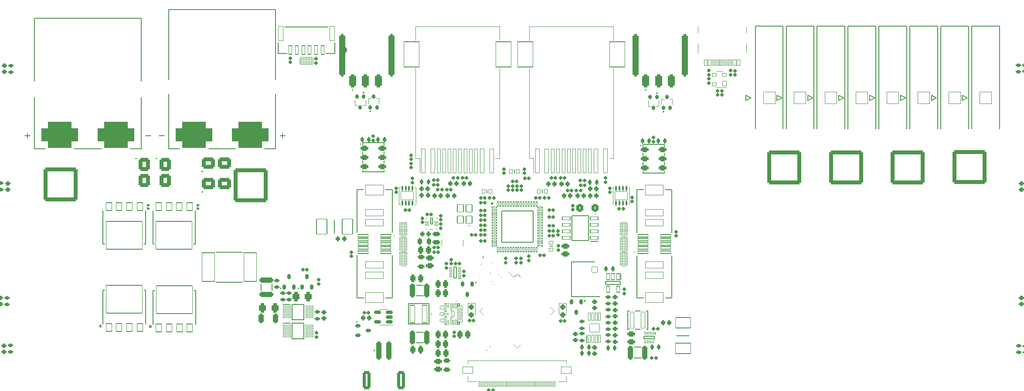
<source format=gbr>
%TF.GenerationSoftware,KiCad,Pcbnew,7.0.7*%
%TF.CreationDate,2024-04-13T02:06:32+02:00*%
%TF.ProjectId,smps_legged_robot,736d7073-5f6c-4656-9767-65645f726f62,1.0*%
%TF.SameCoordinates,PX7026f0PY568bc30*%
%TF.FileFunction,Legend,Top*%
%TF.FilePolarity,Positive*%
%FSLAX46Y46*%
G04 Gerber Fmt 4.6, Leading zero omitted, Abs format (unit mm)*
G04 Created by KiCad (PCBNEW 7.0.7) date 2024-04-13 02:06:32*
%MOMM*%
%LPD*%
G01*
G04 APERTURE LIST*
G04 Aperture macros list*
%AMRoundRect*
0 Rectangle with rounded corners*
0 $1 Rounding radius*
0 $2 $3 $4 $5 $6 $7 $8 $9 X,Y pos of 4 corners*
0 Add a 4 corners polygon primitive as box body*
4,1,4,$2,$3,$4,$5,$6,$7,$8,$9,$2,$3,0*
0 Add four circle primitives for the rounded corners*
1,1,$1+$1,$2,$3*
1,1,$1+$1,$4,$5*
1,1,$1+$1,$6,$7*
1,1,$1+$1,$8,$9*
0 Add four rect primitives between the rounded corners*
20,1,$1+$1,$2,$3,$4,$5,0*
20,1,$1+$1,$4,$5,$6,$7,0*
20,1,$1+$1,$6,$7,$8,$9,0*
20,1,$1+$1,$8,$9,$2,$3,0*%
%AMFreePoly0*
4,1,23,1.050355,1.980355,1.065000,1.945000,1.065000,1.170000,1.050804,1.135099,0.485000,0.554662,0.485000,-0.554662,1.050804,-1.135099,1.065000,-1.170000,1.065000,-1.945000,1.050355,-1.980355,1.015000,-1.995000,0.125000,-1.995000,0.089965,-1.980672,-0.470035,-1.430672,-0.484998,-1.395450,-0.485000,-1.395000,-0.485000,1.395000,-0.470355,1.430355,-0.470035,1.430672,0.089965,1.980672,
0.125000,1.995000,1.015000,1.995000,1.050355,1.980355,1.050355,1.980355,$1*%
%AMFreePoly1*
4,1,23,-0.089965,1.980672,0.470035,1.430672,0.484998,1.395450,0.485000,1.395000,0.485000,-1.395000,0.470355,-1.430355,0.470035,-1.430672,-0.089965,-1.980672,-0.125000,-1.995000,-1.015000,-1.995000,-1.050355,-1.980355,-1.065000,-1.945000,-1.065000,-1.170000,-1.050804,-1.135099,-0.485000,-0.554662,-0.485000,0.554662,-1.050804,1.135099,-1.065000,1.170000,-1.065000,1.945000,-1.050355,1.980355,
-1.015000,1.995000,-0.125000,1.995000,-0.089965,1.980672,-0.089965,1.980672,$1*%
%AMFreePoly2*
4,1,23,0.185356,0.435856,0.235356,0.385856,0.250001,0.350501,0.250001,-0.124500,0.235356,-0.159855,0.185356,-0.209855,0.150001,-0.224500,-0.500000,-0.224500,-0.535355,-0.209855,-0.585355,-0.159855,-0.600000,-0.124500,-0.600000,0.000501,-0.585355,0.035856,-0.535355,0.085856,-0.500000,0.100501,-0.270708,0.100501,-0.249998,0.121211,-0.249998,0.350501,-0.235353,0.385856,-0.185353,0.435856,
-0.149998,0.450501,0.150001,0.450501,0.185356,0.435856,0.185356,0.435856,$1*%
%AMFreePoly3*
4,1,23,0.235356,0.209855,0.285356,0.159855,0.300001,0.124500,0.300001,-0.350503,0.285356,-0.385858,0.235356,-0.435858,0.200001,-0.450503,-0.099998,-0.450501,-0.135353,-0.435856,-0.185353,-0.385856,-0.199998,-0.350501,-0.199998,-0.121211,-0.220708,-0.100501,-0.450000,-0.100501,-0.485355,-0.085856,-0.535355,-0.035856,-0.550000,-0.000501,-0.550000,0.124500,-0.535355,0.159855,-0.485355,0.209855,
-0.450000,0.224500,0.200001,0.224500,0.235356,0.209855,0.235356,0.209855,$1*%
%AMFreePoly4*
4,1,24,0.485355,0.209855,0.535355,0.159855,0.550000,0.124500,0.550000,-0.000501,0.535355,-0.035856,0.485355,-0.085856,0.450000,-0.100501,0.220708,-0.100501,0.199998,-0.121211,0.199998,-0.350501,0.185353,-0.385856,0.135353,-0.435856,0.099998,-0.450501,-0.200001,-0.450503,-0.235356,-0.435859,-0.235356,-0.435858,-0.285356,-0.385858,-0.300001,-0.350503,-0.300001,0.124500,-0.285356,0.159855,
-0.235356,0.209855,-0.200001,0.224500,0.450000,0.224500,0.485355,0.209855,0.485355,0.209855,$1*%
%AMFreePoly5*
4,1,23,0.135353,0.435856,0.185353,0.385856,0.199998,0.350501,0.199998,0.121211,0.220708,0.100501,0.450000,0.100501,0.485355,0.085856,0.535355,0.035856,0.550000,0.000501,0.550000,-0.124500,0.535355,-0.159855,0.485355,-0.209855,0.450000,-0.224500,-0.200001,-0.224500,-0.235356,-0.209855,-0.285356,-0.159855,-0.300001,-0.124500,-0.300001,0.350501,-0.285356,0.385856,-0.235356,0.435856,
-0.200001,0.450501,0.099998,0.450501,0.135353,0.435856,0.135353,0.435856,$1*%
G04 Aperture macros list end*
%ADD10C,0.150000*%
%ADD11C,0.127000*%
%ADD12C,0.200000*%
%ADD13C,0.120000*%
%ADD14C,0.100000*%
%ADD15C,0.152400*%
%ADD16C,0.120711*%
%ADD17C,0.508000*%
%ADD18C,0.250000*%
%ADD19RoundRect,1.300000X2.250000X1.250000X-2.250000X1.250000X-2.250000X-1.250000X2.250000X-1.250000X0*%
%ADD20O,1.504000X2.804000*%
%ADD21RoundRect,0.050000X0.600000X0.700000X-0.600000X0.700000X-0.600000X-0.700000X0.600000X-0.700000X0*%
%ADD22RoundRect,0.187500X-0.137500X-0.137500X0.137500X-0.137500X0.137500X0.137500X-0.137500X0.137500X0*%
%ADD23RoundRect,0.360000X0.310000X0.940000X-0.310000X0.940000X-0.310000X-0.940000X0.310000X-0.940000X0*%
%ADD24RoundRect,0.325000X0.275000X3.825000X-0.275000X3.825000X-0.275000X-3.825000X0.275000X-3.825000X0*%
%ADD25RoundRect,0.180000X0.130000X0.130000X-0.130000X0.130000X-0.130000X-0.130000X0.130000X-0.130000X0*%
%ADD26RoundRect,0.375000X-2.925000X-2.925000X2.925000X-2.925000X2.925000X2.925000X-2.925000X2.925000X0*%
%ADD27C,2.000000*%
%ADD28RoundRect,0.187500X-0.137500X0.137500X-0.137500X-0.137500X0.137500X-0.137500X0.137500X0.137500X0*%
%ADD29C,3.100000*%
%ADD30RoundRect,0.050000X1.150000X1.150000X-1.150000X1.150000X-1.150000X-1.150000X1.150000X-1.150000X0*%
%ADD31C,2.400000*%
%ADD32RoundRect,0.050000X0.700000X-0.150000X0.700000X0.150000X-0.700000X0.150000X-0.700000X-0.150000X0*%
%ADD33RoundRect,0.225000X0.500000X-0.175000X0.500000X0.175000X-0.500000X0.175000X-0.500000X-0.175000X0*%
%ADD34RoundRect,0.050000X-0.300000X0.125000X-0.300000X-0.125000X0.300000X-0.125000X0.300000X0.125000X0*%
%ADD35RoundRect,0.237500X0.262500X-0.187500X0.262500X0.187500X-0.262500X0.187500X-0.262500X-0.187500X0*%
%ADD36FreePoly0,270.000000*%
%ADD37FreePoly1,270.000000*%
%ADD38RoundRect,0.050000X-0.325000X-0.350000X0.325000X-0.350000X0.325000X0.350000X-0.325000X0.350000X0*%
%ADD39RoundRect,0.372500X-0.752500X0.902500X-0.752500X-0.902500X0.752500X-0.902500X0.752500X0.902500X0*%
%ADD40RoundRect,0.287500X0.237500X0.437500X-0.237500X0.437500X-0.237500X-0.437500X0.237500X-0.437500X0*%
%ADD41RoundRect,0.187500X0.137500X-0.262500X0.137500X0.262500X-0.137500X0.262500X-0.137500X-0.262500X0*%
%ADD42RoundRect,0.187500X0.137500X-0.137500X0.137500X0.137500X-0.137500X0.137500X-0.137500X-0.137500X0*%
%ADD43C,0.800000*%
%ADD44C,4.500000*%
%ADD45RoundRect,0.180000X-0.130000X-0.130000X0.130000X-0.130000X0.130000X0.130000X-0.130000X0.130000X0*%
%ADD46RoundRect,0.187500X0.000000X0.194454X-0.194454X0.000000X0.000000X-0.194454X0.194454X0.000000X0*%
%ADD47RoundRect,0.237500X0.187500X0.262500X-0.187500X0.262500X-0.187500X-0.262500X0.187500X-0.262500X0*%
%ADD48RoundRect,0.212500X-0.162500X-0.287500X0.162500X-0.287500X0.162500X0.287500X-0.162500X0.287500X0*%
%ADD49RoundRect,0.350000X0.300000X0.550000X-0.300000X0.550000X-0.300000X-0.550000X0.300000X-0.550000X0*%
%ADD50RoundRect,0.050000X1.244600X2.794000X-1.244600X2.794000X-1.244600X-2.794000X1.244600X-2.794000X0*%
%ADD51RoundRect,0.180000X0.000000X0.183848X-0.183848X0.000000X0.000000X-0.183848X0.183848X0.000000X0*%
%ADD52RoundRect,0.180000X0.183848X0.000000X0.000000X0.183848X-0.183848X0.000000X0.000000X-0.183848X0*%
%ADD53RoundRect,0.200000X0.150000X-0.350000X0.150000X0.350000X-0.150000X0.350000X-0.150000X-0.350000X0*%
%ADD54RoundRect,0.050000X0.490000X1.700000X-0.490000X1.700000X-0.490000X-1.700000X0.490000X-1.700000X0*%
%ADD55RoundRect,0.237500X-0.262500X0.187500X-0.262500X-0.187500X0.262500X-0.187500X0.262500X0.187500X0*%
%ADD56RoundRect,0.287500X0.237500X1.062500X-0.237500X1.062500X-0.237500X-1.062500X0.237500X-1.062500X0*%
%ADD57RoundRect,0.268750X-0.256250X0.218750X-0.256250X-0.218750X0.256250X-0.218750X0.256250X0.218750X0*%
%ADD58RoundRect,0.180000X0.130000X-0.130000X0.130000X0.130000X-0.130000X0.130000X-0.130000X-0.130000X0*%
%ADD59RoundRect,0.050000X-0.762500X0.325000X-0.762500X-0.325000X0.762500X-0.325000X0.762500X0.325000X0*%
%ADD60RoundRect,0.187500X-0.137500X0.262500X-0.137500X-0.262500X0.137500X-0.262500X0.137500X0.262500X0*%
%ADD61RoundRect,0.237500X0.462500X-0.187500X0.462500X0.187500X-0.462500X0.187500X-0.462500X-0.187500X0*%
%ADD62RoundRect,0.180000X-0.130000X0.130000X-0.130000X-0.130000X0.130000X-0.130000X0.130000X0.130000X0*%
%ADD63C,0.900000*%
%ADD64C,6.500000*%
%ADD65RoundRect,0.287500X-0.237500X-0.437500X0.237500X-0.437500X0.237500X0.437500X-0.237500X0.437500X0*%
%ADD66RoundRect,0.187500X0.137500X0.137500X-0.137500X0.137500X-0.137500X-0.137500X0.137500X-0.137500X0*%
%ADD67RoundRect,0.050000X1.475000X-1.010000X1.475000X1.010000X-1.475000X1.010000X-1.475000X-1.010000X0*%
%ADD68RoundRect,0.212500X0.162500X0.287500X-0.162500X0.287500X-0.162500X-0.287500X0.162500X-0.287500X0*%
%ADD69RoundRect,0.300000X-0.450000X-0.250000X0.450000X-0.250000X0.450000X0.250000X-0.450000X0.250000X0*%
%ADD70RoundRect,0.372500X-0.902500X-0.752500X0.902500X-0.752500X0.902500X0.752500X-0.902500X0.752500X0*%
%ADD71RoundRect,0.212500X-0.287500X0.162500X-0.287500X-0.162500X0.287500X-0.162500X0.287500X0.162500X0*%
%ADD72RoundRect,0.237500X-0.187500X-0.262500X0.187500X-0.262500X0.187500X0.262500X-0.187500X0.262500X0*%
%ADD73RoundRect,0.212500X0.287500X-0.162500X0.287500X0.162500X-0.287500X0.162500X-0.287500X-0.162500X0*%
%ADD74RoundRect,0.287500X-0.437500X0.237500X-0.437500X-0.237500X0.437500X-0.237500X0.437500X0.237500X0*%
%ADD75RoundRect,0.050000X0.571500X0.762000X-0.571500X0.762000X-0.571500X-0.762000X0.571500X-0.762000X0*%
%ADD76RoundRect,0.050000X3.479800X2.705100X-3.479800X2.705100X-3.479800X-2.705100X3.479800X-2.705100X0*%
%ADD77RoundRect,0.287500X-0.237500X-1.062500X0.237500X-1.062500X0.237500X1.062500X-0.237500X1.062500X0*%
%ADD78RoundRect,0.268750X0.335876X0.026517X0.026517X0.335876X-0.335876X-0.026517X-0.026517X-0.335876X0*%
%ADD79RoundRect,0.125000X0.075000X-0.350000X0.075000X0.350000X-0.075000X0.350000X-0.075000X-0.350000X0*%
%ADD80RoundRect,0.050000X1.200000X-0.800000X1.200000X0.800000X-1.200000X0.800000X-1.200000X-0.800000X0*%
%ADD81RoundRect,0.290000X0.360000X0.510000X-0.360000X0.510000X-0.360000X-0.510000X0.360000X-0.510000X0*%
%ADD82RoundRect,0.050000X0.300000X-0.125000X0.300000X0.125000X-0.300000X0.125000X-0.300000X-0.125000X0*%
%ADD83RoundRect,0.200000X-0.350000X-0.150000X0.350000X-0.150000X0.350000X0.150000X-0.350000X0.150000X0*%
%ADD84C,1.800000*%
%ADD85O,1.800000X1.800000*%
%ADD86RoundRect,0.200000X-0.150000X0.350000X-0.150000X-0.350000X0.150000X-0.350000X0.150000X0.350000X0*%
%ADD87RoundRect,0.050000X0.550000X-0.550000X0.550000X0.550000X-0.550000X0.550000X-0.550000X-0.550000X0*%
%ADD88C,1.200000*%
%ADD89RoundRect,0.180000X-0.183848X0.000000X0.000000X-0.183848X0.183848X0.000000X0.000000X0.183848X0*%
%ADD90RoundRect,0.050000X-0.237500X0.150000X-0.237500X-0.150000X0.237500X-0.150000X0.237500X0.150000X0*%
%ADD91RoundRect,0.187500X-0.194454X0.000000X0.000000X-0.194454X0.194454X0.000000X0.000000X0.194454X0*%
%ADD92C,2.900000*%
%ADD93RoundRect,0.050000X0.405000X-2.300000X0.405000X2.300000X-0.405000X2.300000X-0.405000X-2.300000X0*%
%ADD94RoundRect,0.050000X0.305000X-2.300000X0.305000X2.300000X-0.305000X2.300000X-0.305000X-2.300000X0*%
%ADD95RoundRect,0.050000X1.500000X-2.450000X1.500000X2.450000X-1.500000X2.450000X-1.500000X-2.450000X0*%
%ADD96RoundRect,0.050000X0.150000X0.500000X-0.150000X0.500000X-0.150000X-0.500000X0.150000X-0.500000X0*%
%ADD97RoundRect,0.050000X-1.000000X0.650000X-1.000000X-0.650000X1.000000X-0.650000X1.000000X0.650000X0*%
%ADD98RoundRect,0.180000X0.000000X-0.183848X0.183848X0.000000X0.000000X0.183848X-0.183848X0.000000X0*%
%ADD99RoundRect,0.050000X-0.300000X-0.600000X0.300000X-0.600000X0.300000X0.600000X-0.300000X0.600000X0*%
%ADD100RoundRect,0.287500X-1.062500X0.237500X-1.062500X-0.237500X1.062500X-0.237500X1.062500X0.237500X0*%
%ADD101RoundRect,0.237500X-0.187500X-0.462500X0.187500X-0.462500X0.187500X0.462500X-0.187500X0.462500X0*%
%ADD102RoundRect,0.190000X-0.021213X0.219203X-0.219203X0.021213X0.021213X-0.219203X0.219203X-0.021213X0*%
%ADD103C,1.300000*%
%ADD104RoundRect,0.050000X-1.750000X1.000000X-1.750000X-1.000000X1.750000X-1.000000X1.750000X1.000000X0*%
%ADD105RoundRect,0.050000X-1.750000X0.650000X-1.750000X-0.650000X1.750000X-0.650000X1.750000X0.650000X0*%
%ADD106RoundRect,0.050000X-1.000000X0.250000X-1.000000X-0.250000X1.000000X-0.250000X1.000000X0.250000X0*%
%ADD107RoundRect,0.050000X0.350000X0.500000X-0.350000X0.500000X-0.350000X-0.500000X0.350000X-0.500000X0*%
%ADD108RoundRect,0.050000X0.350000X0.300000X-0.350000X0.300000X-0.350000X-0.300000X0.350000X-0.300000X0*%
%ADD109RoundRect,0.050000X-0.571500X-0.762000X0.571500X-0.762000X0.571500X0.762000X-0.571500X0.762000X0*%
%ADD110RoundRect,0.050000X-3.479800X-2.705100X3.479800X-2.705100X3.479800X2.705100X-3.479800X2.705100X0*%
%ADD111RoundRect,0.237500X-0.318198X-0.053033X-0.053033X-0.318198X0.318198X0.053033X0.053033X0.318198X0*%
%ADD112RoundRect,0.050000X0.304800X0.850900X-0.304800X0.850900X-0.304800X-0.850900X0.304800X-0.850900X0*%
%ADD113RoundRect,0.050000X0.495300X1.422400X-0.495300X1.422400X-0.495300X-1.422400X0.495300X-1.422400X0*%
%ADD114RoundRect,0.287500X0.437500X-0.237500X0.437500X0.237500X-0.437500X0.237500X-0.437500X-0.237500X0*%
%ADD115RoundRect,0.050000X0.125000X0.300000X-0.125000X0.300000X-0.125000X-0.300000X0.125000X-0.300000X0*%
%ADD116RoundRect,0.256521X0.268479X0.643479X-0.268479X0.643479X-0.268479X-0.643479X0.268479X-0.643479X0*%
%ADD117RoundRect,0.050000X-0.150000X-0.237500X0.150000X-0.237500X0.150000X0.237500X-0.150000X0.237500X0*%
%ADD118RoundRect,0.050000X0.425000X-0.140000X0.425000X0.140000X-0.425000X0.140000X-0.425000X-0.140000X0*%
%ADD119RoundRect,0.050000X-0.140000X-0.425000X0.140000X-0.425000X0.140000X0.425000X-0.140000X0.425000X0*%
%ADD120RoundRect,0.050000X-3.050000X-3.050000X3.050000X-3.050000X3.050000X3.050000X-3.050000X3.050000X0*%
%ADD121RoundRect,0.300000X-0.250000X-1.500000X0.250000X-1.500000X0.250000X1.500000X-0.250000X1.500000X0*%
%ADD122RoundRect,0.300001X-0.499999X-1.449999X0.499999X-1.449999X0.499999X1.449999X-0.499999X1.449999X0*%
%ADD123C,0.750000*%
%ADD124RoundRect,0.050000X0.300000X0.575000X-0.300000X0.575000X-0.300000X-0.575000X0.300000X-0.575000X0*%
%ADD125RoundRect,0.050000X0.150000X0.575000X-0.150000X0.575000X-0.150000X-0.575000X0.150000X-0.575000X0*%
%ADD126O,1.100000X2.200000*%
%ADD127O,1.100000X1.900000*%
%ADD128RoundRect,0.050000X-1.010000X-1.475000X1.010000X-1.475000X1.010000X1.475000X-1.010000X1.475000X0*%
%ADD129RoundRect,0.050000X1.750000X-1.000000X1.750000X1.000000X-1.750000X1.000000X-1.750000X-1.000000X0*%
%ADD130RoundRect,0.050000X1.750000X-0.650000X1.750000X0.650000X-1.750000X0.650000X-1.750000X-0.650000X0*%
%ADD131RoundRect,0.050000X1.000000X-0.250000X1.000000X0.250000X-1.000000X0.250000X-1.000000X-0.250000X0*%
%ADD132FreePoly2,0.000000*%
%ADD133RoundRect,0.050000X-0.300000X-0.125000X0.300000X-0.125000X0.300000X0.125000X-0.300000X0.125000X0*%
%ADD134FreePoly3,0.000000*%
%ADD135FreePoly4,0.000000*%
%ADD136FreePoly5,0.000000*%
%ADD137RoundRect,0.050000X-0.175000X-0.650000X0.175000X-0.650000X0.175000X0.650000X-0.175000X0.650000X0*%
%ADD138RoundRect,0.200000X0.512500X0.150000X-0.512500X0.150000X-0.512500X-0.150000X0.512500X-0.150000X0*%
%ADD139RoundRect,0.050000X-0.901561X-0.088388X-0.088388X-0.901561X0.901561X0.088388X0.088388X0.901561X0*%
%ADD140RoundRect,0.050000X-0.150000X-0.437500X0.150000X-0.437500X0.150000X0.437500X-0.150000X0.437500X0*%
%ADD141RoundRect,0.050000X-0.150000X-0.412500X0.150000X-0.412500X0.150000X0.412500X-0.150000X0.412500X0*%
%ADD142RoundRect,0.050000X-0.125000X-0.687500X0.125000X-0.687500X0.125000X0.687500X-0.125000X0.687500X0*%
%ADD143RoundRect,0.050000X-0.150000X-0.362500X0.150000X-0.362500X0.150000X0.362500X-0.150000X0.362500X0*%
%ADD144RoundRect,0.050000X-0.150000X-0.762500X0.150000X-0.762500X0.150000X0.762500X-0.150000X0.762500X0*%
%ADD145RoundRect,0.050000X-0.362500X0.275000X-0.362500X-0.275000X0.362500X-0.275000X0.362500X0.275000X0*%
%ADD146RoundRect,0.050000X-0.437500X0.225000X-0.437500X-0.225000X0.437500X-0.225000X0.437500X0.225000X0*%
%ADD147RoundRect,0.050000X-0.462500X0.150000X-0.462500X-0.150000X0.462500X-0.150000X0.462500X0.150000X0*%
%ADD148RoundRect,0.050000X-0.175000X-0.250000X0.175000X-0.250000X0.175000X0.250000X-0.175000X0.250000X0*%
%ADD149RoundRect,0.050000X-0.452500X0.275000X-0.452500X-0.275000X0.452500X-0.275000X0.452500X0.275000X0*%
%ADD150RoundRect,0.050000X-0.475000X0.150000X-0.475000X-0.150000X0.475000X-0.150000X0.475000X0.150000X0*%
%ADD151RoundRect,0.050000X-0.220000X-0.525000X0.220000X-0.525000X0.220000X0.525000X-0.220000X0.525000X0*%
%ADD152RoundRect,0.050000X0.350000X-0.325000X0.350000X0.325000X-0.350000X0.325000X-0.350000X-0.325000X0*%
%ADD153RoundRect,0.050000X0.325000X0.350000X-0.325000X0.350000X-0.325000X-0.350000X0.325000X-0.350000X0*%
%ADD154RoundRect,0.350000X-0.300000X-0.550000X0.300000X-0.550000X0.300000X0.550000X-0.300000X0.550000X0*%
%ADD155RoundRect,0.190000X0.021213X-0.219203X0.219203X-0.021213X-0.021213X0.219203X-0.219203X0.021213X0*%
%ADD156RoundRect,0.050000X0.355600X1.536700X-0.355600X1.536700X-0.355600X-1.536700X0.355600X-1.536700X0*%
%ADD157RoundRect,0.125000X-0.548008X0.441942X0.441942X-0.548008X0.548008X-0.441942X-0.441942X0.548008X0*%
%ADD158RoundRect,0.125000X-0.548008X-0.441942X-0.441942X-0.548008X0.548008X0.441942X0.441942X0.548008X0*%
%ADD159RoundRect,0.050000X0.225000X0.700000X-0.225000X0.700000X-0.225000X-0.700000X0.225000X-0.700000X0*%
%ADD160RoundRect,0.050000X0.945000X-0.785000X0.945000X0.785000X-0.945000X0.785000X-0.945000X-0.785000X0*%
%ADD161RoundRect,0.187500X0.000000X-0.194454X0.194454X0.000000X0.000000X0.194454X-0.194454X0.000000X0*%
G04 APERTURE END LIST*
D10*
X71784999Y2079920D02*
X71784999Y2318015D01*
X72023094Y2222777D02*
X71784999Y2318015D01*
X71784999Y2318015D02*
X71546904Y2222777D01*
X71927856Y2508491D02*
X71784999Y2318015D01*
X71784999Y2318015D02*
X71642142Y2508491D01*
X71785000Y3170281D02*
X71785000Y2932186D01*
X71546905Y3027424D02*
X71785000Y2932186D01*
X71785000Y2932186D02*
X72023095Y3027424D01*
X71642143Y2741710D02*
X71785000Y2932186D01*
X71785000Y2932186D02*
X71927857Y2741710D01*
X81446399Y2079920D02*
X81446399Y2318015D01*
X81684494Y2222777D02*
X81446399Y2318015D01*
X81446399Y2318015D02*
X81208304Y2222777D01*
X81589256Y2508491D02*
X81446399Y2318015D01*
X81446399Y2318015D02*
X81303542Y2508491D01*
X81446400Y3170281D02*
X81446400Y2932186D01*
X81208305Y3027424D02*
X81446400Y2932186D01*
X81446400Y2932186D02*
X81684495Y3027424D01*
X81303543Y2741710D02*
X81446400Y2932186D01*
X81446400Y2932186D02*
X81589257Y2741710D01*
X62515000Y-20329319D02*
X62515000Y-20567414D01*
X62276905Y-20472176D02*
X62515000Y-20567414D01*
X62515000Y-20567414D02*
X62753095Y-20472176D01*
X62372143Y-20757890D02*
X62515000Y-20567414D01*
X62515000Y-20567414D02*
X62657857Y-20757890D01*
X62515000Y-20329319D02*
X62515000Y-20567414D01*
X62276905Y-20472176D02*
X62515000Y-20567414D01*
X62515000Y-20567414D02*
X62753095Y-20472176D01*
X62372143Y-20757890D02*
X62515000Y-20567414D01*
X62515000Y-20567414D02*
X62657857Y-20757890D01*
X72215000Y-20420019D02*
X72215000Y-20658114D01*
X71976905Y-20562876D02*
X72215000Y-20658114D01*
X72215000Y-20658114D02*
X72453095Y-20562876D01*
X72072143Y-20848590D02*
X72215000Y-20658114D01*
X72215000Y-20658114D02*
X72357857Y-20848590D01*
X72215000Y-20420019D02*
X72215000Y-20658114D01*
X71976905Y-20562876D02*
X72215000Y-20658114D01*
X72215000Y-20658114D02*
X72453095Y-20562876D01*
X72072143Y-20848590D02*
X72215000Y-20658114D01*
X72215000Y-20658114D02*
X72357857Y-20848590D01*
D11*
%TO.C,J502*%
X71300000Y16500000D02*
X72300000Y16500000D01*
X70450000Y13900000D02*
X70450000Y23880000D01*
X70450000Y13900000D02*
X68278000Y13900000D01*
X70450000Y39300000D02*
X70450000Y27120000D01*
X57378000Y13900000D02*
X62722000Y13900000D01*
X51822000Y13900000D02*
X49650000Y13900000D01*
X49650000Y13900000D02*
X49650000Y23880000D01*
X49650000Y27120000D02*
X49650000Y39300000D01*
X49650000Y39300000D02*
X70450000Y39300000D01*
X48800000Y16500000D02*
X47800000Y16500000D01*
X48300000Y17000000D02*
X48300000Y16000000D01*
D12*
%TO.C,Y1101*%
X134125000Y-1050000D02*
X134125000Y-1050000D01*
X134125000Y-1050000D02*
X134125000Y-1050000D01*
X134125000Y-950000D02*
X134125000Y-950000D01*
X134125000Y-950000D02*
G75*
G03*
X134125000Y-1050000I0J-50000D01*
G01*
X134125000Y-1050000D02*
G75*
G03*
X134125000Y-950000I0J50000D01*
G01*
X134125000Y-1050000D02*
G75*
G03*
X134125000Y-950000I0J50000D01*
G01*
%TO.C,J1104*%
X168525000Y25350000D02*
G75*
G03*
X168525000Y25350000I-100000J0D01*
G01*
D11*
%TO.C,Molex_602*%
X231100000Y37768000D02*
X231100000Y17832000D01*
X225700000Y17832000D02*
X225700000Y37768000D01*
X225700000Y37768000D02*
X231100000Y37768000D01*
X224900000Y23800000D02*
X223900000Y23300000D01*
X223900000Y23300000D02*
X223900000Y24300000D01*
X223900000Y24300000D02*
X224900000Y23800000D01*
D12*
%TO.C,IC1501*%
X97975000Y-16350000D02*
X99375000Y-16350000D01*
X99725000Y-16350000D02*
X102025000Y-16350000D01*
X99725000Y-19350000D02*
X99725000Y-16350000D01*
X102025000Y-16350000D02*
X102025000Y-19350000D01*
X102025000Y-19350000D02*
X99725000Y-19350000D01*
D13*
%TO.C,D1001*%
X121800000Y-6150000D02*
X120800000Y-6150000D01*
X121800000Y-8850000D02*
X120800000Y-8850000D01*
D14*
X120600000Y-6150000D02*
G75*
G03*
X120600000Y-6150000I-50000J0D01*
G01*
D13*
%TO.C,L803*%
X132910000Y-3780000D02*
X132910000Y-4920000D01*
X128790000Y-3780000D02*
X128790000Y-4920000D01*
D12*
%TO.C,FB1101*%
X142915000Y9840000D02*
X142915000Y9240000D01*
%TO.C,D504*%
X69500000Y12025000D02*
G75*
G03*
X69500000Y12025000I-100000J0D01*
G01*
D13*
%TO.C,D1102*%
X171460000Y22533173D02*
X171460000Y23608173D01*
X173560000Y22533173D02*
X173560000Y23608173D01*
X172010000Y23608173D02*
X171460000Y23608173D01*
X173560000Y23608173D02*
X173010000Y23608173D01*
D12*
X171960000Y21133173D02*
G75*
G03*
X171960000Y21133173I-100000J0D01*
G01*
D15*
%TO.C,R1505*%
X90087250Y-6229000D02*
X85012750Y-6229000D01*
X85012750Y-12071000D02*
X90087250Y-12071000D01*
%TO.C,Q1102*%
D12*
X101075000Y-13250000D02*
G75*
G03*
X101075000Y-13250000I-100000J0D01*
G01*
D14*
%TO.C,L801*%
X126798000Y-18230000D02*
X126798000Y-18230000D01*
X126698000Y-18230000D02*
X126698000Y-18230000D01*
D12*
X126298000Y-20230000D02*
X122298000Y-20230000D01*
X126298000Y-16230000D02*
X126298000Y-20230000D01*
X122298000Y-20230000D02*
X122298000Y-16230000D01*
X122298000Y-16230000D02*
X126298000Y-16230000D01*
D14*
X126698000Y-18230000D02*
G75*
G03*
X126798000Y-18230000I50000J0D01*
G01*
X126798000Y-18230000D02*
G75*
G03*
X126698000Y-18230000I-50000J0D01*
G01*
D10*
%TO.C,C1207*%
X125179000Y-23866000D02*
X123837000Y-23866000D01*
X125179000Y-21774000D02*
X123837000Y-21774000D01*
X123837000Y-23866000D02*
X125179000Y-23866000D01*
X123837000Y-21774000D02*
X125179000Y-21774000D01*
D13*
%TO.C,D1504*%
X135295000Y-16165000D02*
X133825000Y-16165000D01*
X133825000Y-16165000D02*
X133825000Y-18450000D01*
X135295000Y-18450000D02*
X135295000Y-16165000D01*
D12*
%TO.C,IC1102*%
X159137000Y-4105000D02*
X157612000Y-4105000D01*
X157262000Y-3975000D02*
X154062000Y-3975000D01*
X157262000Y925000D02*
X157262000Y-3975000D01*
X154062000Y-3975000D02*
X154062000Y925000D01*
X154062000Y925000D02*
X157262000Y925000D01*
D13*
%TO.C,D1104*%
X114014999Y23440699D02*
X114014999Y22365699D01*
X111914999Y23440699D02*
X111914999Y22365699D01*
X113464999Y22365699D02*
X114014999Y22365699D01*
X111914999Y22365699D02*
X112464999Y22365699D01*
D12*
X113714999Y24840699D02*
G75*
G03*
X113714999Y24840699I-100000J0D01*
G01*
%TO.C,F1301*%
X174405000Y-22470000D02*
X176895000Y-22470000D01*
D15*
%TO.C,SW1103*%
X113432200Y15072100D02*
X113432200Y14678342D01*
X113432200Y13301662D02*
X113432200Y12928340D01*
X113432200Y11551660D02*
X113432200Y11178341D01*
X113432200Y9801661D02*
X113432200Y9407900D01*
X113432200Y9407900D02*
X117597800Y9407900D01*
X117597800Y15072100D02*
X113432200Y15072100D01*
X117597800Y14678339D02*
X117597800Y15072100D01*
X117597800Y12928340D02*
X117597800Y13301659D01*
X117597800Y11178338D02*
X117597800Y11551660D01*
X117597800Y9407900D02*
X117597800Y9801658D01*
D10*
X113090000Y14840000D02*
G75*
G03*
X113090000Y14840000I-75000J0D01*
G01*
%TO.C,D501*%
D12*
X82400000Y5500000D02*
G75*
G03*
X82400000Y5500000I-100000J0D01*
G01*
D15*
%TO.C,SW1101*%
X167857200Y14804283D02*
X167857200Y14410525D01*
X167857200Y13033845D02*
X167857200Y12660523D01*
X167857200Y11283843D02*
X167857200Y10910524D01*
X167857200Y9533844D02*
X167857200Y9140083D01*
X167857200Y9140083D02*
X172022800Y9140083D01*
X172022800Y14804283D02*
X167857200Y14804283D01*
X172022800Y14410522D02*
X172022800Y14804283D01*
X172022800Y12660523D02*
X172022800Y13033842D01*
X172022800Y10910521D02*
X172022800Y11283843D01*
X172022800Y9140083D02*
X172022800Y9533841D01*
D10*
X167515000Y14572183D02*
G75*
G03*
X167515000Y14572183I-75000J0D01*
G01*
D15*
%TO.C,Q1201*%
X71277500Y-4639300D02*
X71277500Y1939300D01*
X70962540Y-4639300D02*
X71277500Y-4639300D01*
X63022500Y-4639300D02*
X63337460Y-4639300D01*
X63022500Y1939300D02*
X63022500Y-4639300D01*
D13*
%TO.C,D1105*%
X114504999Y22638199D02*
X114504999Y23713199D01*
X116604999Y22638199D02*
X116604999Y23713199D01*
X115054999Y23713199D02*
X114504999Y23713199D01*
X116604999Y23713199D02*
X116054999Y23713199D01*
D12*
X115004999Y21238199D02*
G75*
G03*
X115004999Y21238199I-100000J0D01*
G01*
D10*
%TO.C,C806*%
X166174000Y-24714000D02*
X167516000Y-24714000D01*
X166174000Y-26806000D02*
X167516000Y-26806000D01*
X167516000Y-24714000D02*
X166174000Y-24714000D01*
X167516000Y-26806000D02*
X166174000Y-26806000D01*
D13*
%TO.C,FB401*%
X137549478Y-25390727D02*
X137319273Y-25160522D01*
X138270727Y-24669478D02*
X138040522Y-24439273D01*
D11*
%TO.C,Molex_604*%
X195100000Y37768000D02*
X195100000Y17832000D01*
X189700000Y17832000D02*
X189700000Y37768000D01*
X189700000Y37768000D02*
X195100000Y37768000D01*
X188900000Y23800000D02*
X187900000Y23300000D01*
X187900000Y23300000D02*
X187900000Y24300000D01*
X187900000Y24300000D02*
X188900000Y23800000D01*
D13*
%TO.C,U1102*%
X162000000Y3140000D02*
X162250000Y3140000D01*
X162000000Y3140000D02*
X162000000Y6390000D01*
X165300000Y3140000D02*
X165050000Y3140000D01*
X162000000Y6440000D02*
X162250000Y6440000D01*
X165300000Y6440000D02*
X165300000Y3190000D01*
X165300000Y6440000D02*
X165050000Y6440000D01*
D16*
X162360355Y2740000D02*
G75*
G03*
X162360355Y2740000I-60355J0D01*
G01*
%TO.C,D1107*%
D10*
X158730000Y1297500D02*
G75*
G03*
X158730000Y1297500I-75000J0D01*
G01*
D11*
%TO.C,J501*%
X97900000Y17000000D02*
X97900000Y16000000D01*
X97400000Y16500000D02*
X98400000Y16500000D01*
X96550000Y13900000D02*
X96550000Y24600000D01*
X96550000Y27350000D02*
X96550000Y41000000D01*
X96550000Y41000000D02*
X75750000Y41000000D01*
X94400000Y13900000D02*
X96550000Y13900000D01*
X88750000Y13900000D02*
X83550000Y13900000D01*
X75750000Y13900000D02*
X77900000Y13900000D01*
X75750000Y24600000D02*
X75750000Y13900000D01*
X75750000Y41000000D02*
X75750000Y27350000D01*
X74900000Y16500000D02*
X73900000Y16500000D01*
D13*
%TO.C,D901*%
X163650000Y-3050000D02*
X164650000Y-3050000D01*
X163650000Y-350000D02*
X164650000Y-350000D01*
D14*
X164950000Y-3050000D02*
G75*
G03*
X164950000Y-3050000I-50000J0D01*
G01*
%TO.C,Q1401*%
D12*
X112400000Y-19800000D02*
G75*
G03*
X112400000Y-19800000I-100000J0D01*
G01*
D13*
%TO.C,D1301*%
X163650000Y-8850000D02*
X164650000Y-8850000D01*
X163650000Y-6150000D02*
X164650000Y-6150000D01*
D14*
X164950000Y-8850000D02*
G75*
G03*
X164950000Y-8850000I-50000J0D01*
G01*
%TO.C,Q1502*%
D12*
X156690000Y-15670000D02*
G75*
G03*
X156690000Y-15670000I-100000J0D01*
G01*
%TO.C,J1701*%
X153995000Y-14855000D02*
X159495000Y-14855000D01*
X153995000Y-8105000D02*
X153995000Y-14855000D01*
X158445000Y-8105000D02*
X153995000Y-8105000D01*
D13*
%TO.C,D1505*%
X153005000Y-16175000D02*
X151535000Y-16175000D01*
X151535000Y-16175000D02*
X151535000Y-18460000D01*
X153005000Y-18460000D02*
X153005000Y-16175000D01*
D11*
%TO.C,Molex_601*%
X237100000Y37768000D02*
X237100000Y17832000D01*
X231700000Y17832000D02*
X231700000Y37768000D01*
X231700000Y37768000D02*
X237100000Y37768000D01*
X230900000Y23800000D02*
X229900000Y23300000D01*
X229900000Y23300000D02*
X229900000Y24300000D01*
X229900000Y24300000D02*
X230900000Y23800000D01*
%TO.C,Q1501*%
D12*
X135530000Y-12160000D02*
G75*
G03*
X135530000Y-12160000I-100000J0D01*
G01*
%TO.C,U801*%
X132488000Y-11300000D02*
X132013000Y-11300000D01*
X131663000Y-11200000D02*
X131163000Y-11200000D01*
X131663000Y-9100000D02*
X131663000Y-11200000D01*
X131163000Y-11200000D02*
X131163000Y-9100000D01*
X131163000Y-9100000D02*
X131663000Y-9100000D01*
D11*
%TO.C,Molex_607*%
X225109250Y37768000D02*
X225109250Y17832000D01*
X219709250Y17832000D02*
X219709250Y37768000D01*
X219709250Y37768000D02*
X225109250Y37768000D01*
X218909250Y23800000D02*
X217909250Y23300000D01*
X217909250Y23300000D02*
X217909250Y24300000D01*
X217909250Y24300000D02*
X218909250Y23800000D01*
%TO.C,D503*%
D12*
X73500000Y12025000D02*
G75*
G03*
X73500000Y12025000I-100000J0D01*
G01*
D11*
%TO.C,Molex_605*%
X213100000Y37768000D02*
X213100000Y17832000D01*
X207700000Y17832000D02*
X207700000Y37768000D01*
X207700000Y37768000D02*
X213100000Y37768000D01*
X206900000Y23800000D02*
X205900000Y23300000D01*
X205900000Y23300000D02*
X205900000Y24300000D01*
X205900000Y24300000D02*
X206900000Y23800000D01*
D13*
%TO.C,J1107*%
X145795000Y12040000D02*
X146665000Y12040000D01*
X145795000Y12040000D02*
X145795000Y29580000D01*
X146665000Y12040000D02*
X146665000Y9360000D01*
X162135000Y12040000D02*
X161265000Y12040000D01*
X162135000Y12040000D02*
X162135000Y29580000D01*
X145795000Y37680000D02*
X145795000Y34980000D01*
X145795000Y37680000D02*
X162135000Y37680000D01*
X162135000Y37680000D02*
X162135000Y34980000D01*
%TO.C,D2501*%
X121800000Y-350000D02*
X120800000Y-350000D01*
X121800000Y-3050000D02*
X120800000Y-3050000D01*
D14*
X120600000Y-350000D02*
G75*
G03*
X120600000Y-350000I-50000J0D01*
G01*
%TO.C,J1702*%
X152975000Y-31375000D02*
X152975000Y-30375000D01*
X152975000Y-27875000D02*
X152975000Y-27375000D01*
X152975000Y-27375000D02*
X152975000Y-27325000D01*
X152975000Y-27325000D02*
X133875000Y-27325000D01*
X152925000Y-31375000D02*
X152975000Y-31375000D01*
X151425000Y-31375000D02*
X152925000Y-31375000D01*
X135425000Y-31375000D02*
X133875000Y-31375000D01*
X133875000Y-31375000D02*
X133875000Y-30375000D01*
X133875000Y-27325000D02*
X133875000Y-27875000D01*
D13*
%TO.C,J1108*%
X123685000Y12040000D02*
X124555000Y12040000D01*
X123685000Y12040000D02*
X123685000Y29580000D01*
X124555000Y12040000D02*
X124555000Y9360000D01*
X140025000Y12040000D02*
X139155000Y12040000D01*
X140025000Y12040000D02*
X140025000Y29580000D01*
X123685000Y37680000D02*
X123685000Y34980000D01*
X123685000Y37680000D02*
X140025000Y37680000D01*
X140025000Y37680000D02*
X140025000Y34980000D01*
D12*
%TO.C,U1701*%
X163570000Y-10330000D02*
X163570000Y-11530000D01*
X163520000Y-11880000D02*
X163520000Y-12480000D01*
X160620000Y-11880000D02*
X163520000Y-11880000D01*
X163520000Y-12480000D02*
X160620000Y-12480000D01*
X160620000Y-12480000D02*
X160620000Y-11880000D01*
D10*
%TO.C,C1501*%
X95796000Y-12379000D02*
X95796000Y-13721000D01*
X93704000Y-12379000D02*
X93704000Y-13721000D01*
X95796000Y-13721000D02*
X95796000Y-12379000D01*
X93704000Y-13721000D02*
X93704000Y-12379000D01*
D11*
%TO.C,Molex_603*%
X201100000Y37768000D02*
X201100000Y17832000D01*
X195700000Y17832000D02*
X195700000Y37768000D01*
X195700000Y37768000D02*
X201100000Y37768000D01*
X194900000Y23800000D02*
X193900000Y23300000D01*
X193900000Y23300000D02*
X193900000Y24300000D01*
X193900000Y24300000D02*
X194900000Y23800000D01*
D13*
%TO.C,D1401*%
X121800000Y-3250000D02*
X120800000Y-3250000D01*
X121800000Y-5950000D02*
X120800000Y-5950000D01*
D14*
X120600000Y-3250000D02*
G75*
G03*
X120600000Y-3250000I-50000J0D01*
G01*
D15*
%TO.C,Q1202*%
X80938900Y-4639300D02*
X80938900Y1939300D01*
X80623940Y-4639300D02*
X80938900Y-4639300D01*
X72683900Y-4639300D02*
X72998860Y-4639300D01*
X72683900Y1939300D02*
X72683900Y-4639300D01*
D12*
%TO.C,IC2001*%
X97975000Y-20050000D02*
X99375000Y-20050000D01*
X99725000Y-20050000D02*
X102025000Y-20050000D01*
X99725000Y-23050000D02*
X99725000Y-20050000D01*
X102025000Y-20050000D02*
X102025000Y-23050000D01*
X102025000Y-23050000D02*
X99725000Y-23050000D01*
D13*
%TO.C,C402*%
X139010810Y-12318307D02*
X138858307Y-12470810D01*
X138501693Y-11809190D02*
X138349190Y-11961693D01*
D12*
%TO.C,J2501*%
X119160000Y5940000D02*
X119160000Y-2310000D01*
X117860000Y5940000D02*
X119160000Y5940000D01*
X112360000Y5940000D02*
X113560000Y5940000D01*
X112360000Y-2310000D02*
X112360000Y5940000D01*
D14*
X119660000Y-3010000D02*
X119660000Y-3010000D01*
X119560000Y-3010000D02*
X119560000Y-3010000D01*
D12*
X119160000Y-6810000D02*
X119160000Y-15160000D01*
X119160000Y-15160000D02*
X117860000Y-15160000D01*
X113660000Y-15160000D02*
X112360000Y-15160000D01*
X112360000Y-15160000D02*
X112360000Y-6810000D01*
D14*
X119560000Y-3010000D02*
G75*
G03*
X119660000Y-3010000I50000J0D01*
G01*
X119660000Y-3010000D02*
G75*
G03*
X119560000Y-3010000I-50000J0D01*
G01*
D13*
%TO.C,D401*%
X183387500Y28957500D02*
X182087500Y28957500D01*
X182087500Y25837500D02*
X184087500Y25837500D01*
D15*
%TO.C,Q1204*%
X63022500Y-13610100D02*
X63022500Y-20188700D01*
X63337460Y-13610100D02*
X63022500Y-13610100D01*
X71277500Y-13610100D02*
X70962540Y-13610100D01*
X71277500Y-20188700D02*
X71277500Y-13610100D01*
D13*
%TO.C,D1302*%
X163650000Y-5950000D02*
X164650000Y-5950000D01*
X163650000Y-3250000D02*
X164650000Y-3250000D01*
D14*
X164950000Y-5950000D02*
G75*
G03*
X164950000Y-5950000I-50000J0D01*
G01*
D10*
%TO.C,C803*%
X125179000Y-14716000D02*
X123837000Y-14716000D01*
X125179000Y-12624000D02*
X123837000Y-12624000D01*
X123837000Y-14716000D02*
X125179000Y-14716000D01*
X123837000Y-12624000D02*
X125179000Y-12624000D01*
D15*
%TO.C,J402*%
X108029100Y32490150D02*
X108029100Y34613260D01*
X106676959Y37595551D02*
X98383041Y37595551D01*
X106292540Y32490150D02*
X108029100Y32490150D01*
X97030900Y32490150D02*
X98767460Y32490150D01*
X97030900Y34613260D02*
X97030900Y32490150D01*
D17*
X110188100Y33167150D02*
G75*
G03*
X110188100Y33167150I-381000J0D01*
G01*
D15*
%TO.C,Q1203*%
X72722500Y-13700800D02*
X72722500Y-20279400D01*
X73037460Y-13700800D02*
X72722500Y-13700800D01*
X80977500Y-13700800D02*
X80662540Y-13700800D01*
X80977500Y-20279400D02*
X80977500Y-13700800D01*
D13*
%TO.C,U1101*%
X120470000Y3120000D02*
X120720000Y3120000D01*
X120470000Y3120000D02*
X120470000Y6370000D01*
X123770000Y3120000D02*
X123520000Y3120000D01*
X120470000Y6420000D02*
X120720000Y6420000D01*
X123770000Y6420000D02*
X123770000Y3170000D01*
X123770000Y6420000D02*
X123520000Y6420000D01*
D16*
X120830355Y2720000D02*
G75*
G03*
X120830355Y2720000I-60355J0D01*
G01*
D11*
%TO.C,Molex_606*%
X207100000Y37768000D02*
X207100000Y17832000D01*
X201700000Y17832000D02*
X201700000Y37768000D01*
X201700000Y37768000D02*
X207100000Y37768000D01*
X200900000Y23800000D02*
X199900000Y23300000D01*
X199900000Y23300000D02*
X199900000Y24300000D01*
X199900000Y24300000D02*
X200900000Y23800000D01*
D13*
%TO.C,D402*%
X103860000Y30542850D02*
X103860000Y31542850D01*
X101160000Y30542850D02*
X101160000Y31542850D01*
D14*
X103910000Y31792850D02*
G75*
G03*
X103910000Y31792850I-50000J0D01*
G01*
%TO.C,Q1101*%
D12*
X97575000Y-13250000D02*
G75*
G03*
X97575000Y-13250000I-100000J0D01*
G01*
%TO.C,IC801*%
X170213400Y-21769000D02*
X170213400Y-22244000D01*
X170113400Y-22594000D02*
X170113400Y-23094000D01*
X168013400Y-22594000D02*
X170113400Y-22594000D01*
X170113400Y-23094000D02*
X168013400Y-23094000D01*
X168013400Y-23094000D02*
X168013400Y-22594000D01*
D18*
%TO.C,IC1101*%
X138710000Y3260000D02*
G75*
G03*
X138710000Y3260000I-125000J0D01*
G01*
D12*
%TO.C,FB1103*%
X137597500Y5957500D02*
X137597500Y5357500D01*
%TO.C,J1801*%
X115750000Y-25350000D02*
G75*
G03*
X115750000Y-25350000I-100000J0D01*
G01*
D13*
%TO.C,J403*%
X187915000Y34405000D02*
X187915000Y32605000D01*
X187915000Y36505000D02*
X187915000Y37655000D01*
X178575000Y34405000D02*
X178575000Y32605000D01*
X178575000Y36505000D02*
X178575000Y37655000D01*
D12*
%TO.C,F1401*%
X107950000Y-5000D02*
X107950000Y-2495000D01*
%TO.C,J1301*%
X166660000Y-15160000D02*
X166660000Y-6910000D01*
X167960000Y-15160000D02*
X166660000Y-15160000D01*
X173460000Y-15160000D02*
X172260000Y-15160000D01*
X173460000Y-6910000D02*
X173460000Y-15160000D01*
D14*
X166160000Y-6210000D02*
X166160000Y-6210000D01*
X166260000Y-6210000D02*
X166260000Y-6210000D01*
D12*
X166660000Y-2410000D02*
X166660000Y5940000D01*
X166660000Y5940000D02*
X167960000Y5940000D01*
X172160000Y5940000D02*
X173460000Y5940000D01*
X173460000Y5940000D02*
X173460000Y-2410000D01*
D14*
X166260000Y-6210000D02*
G75*
G03*
X166160000Y-6210000I-50000J0D01*
G01*
X166160000Y-6210000D02*
G75*
G03*
X166260000Y-6210000I50000J0D01*
G01*
%TO.C,U802*%
X125715000Y295000D02*
X125715000Y435000D01*
X125715000Y-1625000D02*
X125715000Y-1765000D01*
X125855000Y435000D02*
X125715000Y435000D01*
X125855000Y-1765000D02*
X125715000Y-1765000D01*
X126475000Y-1765000D02*
X127155000Y-1765000D01*
X127775000Y435000D02*
X127915000Y435000D01*
X127775000Y-1765000D02*
X127915000Y-1765000D01*
X127915000Y435000D02*
X127915000Y295000D01*
X127915000Y-1625000D02*
X127915000Y-1765000D01*
D13*
X125575000Y635000D02*
G75*
G03*
X125575000Y635000I-60000J0D01*
G01*
%TO.C,U1801*%
X117450000Y-20410000D02*
X119250000Y-20410000D01*
X117450000Y-20410000D02*
X116650000Y-20410000D01*
X117450000Y-17290000D02*
X118250000Y-17290000D01*
X117450000Y-17290000D02*
X116650000Y-17290000D01*
D14*
%TO.C,Y401*%
X138513406Y-8320664D02*
X138371277Y-8178536D01*
D12*
X136886353Y-7117876D02*
X136886353Y-7117876D01*
X136744932Y-7259297D02*
X136744932Y-7259297D01*
D14*
X138335922Y-10123079D02*
X138053079Y-10405922D01*
X136568155Y-8355312D02*
X136285312Y-8638155D01*
X136250664Y-10583406D02*
X136108536Y-10441277D01*
D12*
X136744933Y-7259296D02*
G75*
G03*
X136886353Y-7117876I70710J70710D01*
G01*
X136886354Y-7117875D02*
G75*
G03*
X136744932Y-7259297I-70711J-70711D01*
G01*
D14*
%TO.C,IC1201*%
X131575000Y-15750000D02*
X131575000Y-15750000D01*
X131575000Y-15850000D02*
X131575000Y-15850000D01*
X131575000Y-15850000D02*
G75*
G03*
X131575000Y-15750000I0J50000D01*
G01*
X131575000Y-15750000D02*
G75*
G03*
X131575000Y-15850000I0J-50000D01*
G01*
%TO.C,J1103*%
D12*
X111554999Y25340699D02*
G75*
G03*
X111554999Y25340699I-100000J0D01*
G01*
%TO.C,FB1104*%
X149735000Y-5005000D02*
X150335000Y-5005000D01*
%TO.C,FB1102*%
X148310000Y5355000D02*
X148310000Y5955000D01*
D11*
%TO.C,Molex_608*%
X219100000Y37768000D02*
X219100000Y17832000D01*
X213700000Y17832000D02*
X213700000Y37768000D01*
X213700000Y37768000D02*
X219100000Y37768000D01*
X212900000Y23800000D02*
X211900000Y23300000D01*
X211900000Y23300000D02*
X211900000Y24300000D01*
X211900000Y24300000D02*
X212900000Y23800000D01*
D13*
%TO.C,C401*%
X139708601Y-10602282D02*
X139861104Y-10449779D01*
X140217718Y-11111399D02*
X140370221Y-10958896D01*
D15*
%TO.C,L802*%
X168800800Y-21238400D02*
X168800800Y-17631600D01*
X168800800Y-17631600D02*
X168453665Y-17631600D01*
X168453665Y-21238400D02*
X168800800Y-21238400D01*
X167344535Y-17631600D02*
X166345465Y-17631600D01*
X166345465Y-21238400D02*
X167344535Y-21238400D01*
X165236335Y-17631600D02*
X164889200Y-17631600D01*
X164889200Y-21238400D02*
X165236335Y-21238400D01*
X164889200Y-17631600D02*
X164889200Y-21238400D01*
D13*
%TO.C,U401*%
X143400000Y-10423369D02*
X142728249Y-11095120D01*
X142728249Y-11095120D02*
X141780725Y-10147597D01*
X136173369Y-17650000D02*
X136845120Y-16978249D01*
X144071751Y-11095120D02*
X143400000Y-10423369D01*
X136845120Y-18321751D02*
X136173369Y-17650000D01*
X149954880Y-16978249D02*
X150626631Y-17650000D01*
X142728249Y-24204880D02*
X143400000Y-24876631D01*
X150626631Y-17650000D02*
X149954880Y-18321751D01*
X143400000Y-24876631D02*
X144071751Y-24204880D01*
%TO.C,D1103*%
X170970000Y23333173D02*
X170970000Y22258173D01*
X168870000Y23333173D02*
X168870000Y22258173D01*
X170420000Y22258173D02*
X170970000Y22258173D01*
X168870000Y22258173D02*
X169420000Y22258173D01*
D12*
X170670000Y24733173D02*
G75*
G03*
X170670000Y24733173I-100000J0D01*
G01*
%TO.C,IC1701*%
X156930000Y-23820000D02*
X156930000Y-22420000D01*
%TO.C,D502*%
X82400000Y9500000D02*
G75*
G03*
X82400000Y9500000I-100000J0D01*
G01*
%TD*%
%LPC*%
%TO.C,U802*%
G36*
X126324912Y585325D02*
G01*
X126334442Y582435D01*
X126343223Y577738D01*
X126350922Y571421D01*
X126400922Y521421D01*
X126407239Y513723D01*
X126411935Y504942D01*
X126414826Y495412D01*
X126415801Y485501D01*
X126415801Y10500D01*
X126414826Y589D01*
X126411935Y-8941D01*
X126407239Y-17722D01*
X126400922Y-25420D01*
X126350922Y-75420D01*
X126343223Y-81737D01*
X126334442Y-86434D01*
X126324912Y-89324D01*
X126315001Y-90300D01*
X125665000Y-90300D01*
X125655089Y-89324D01*
X125645559Y-86434D01*
X125636778Y-81737D01*
X125629079Y-75420D01*
X125579079Y-25420D01*
X125572762Y-17722D01*
X125568066Y-8941D01*
X125565175Y589D01*
X125564200Y10500D01*
X125564200Y135501D01*
X125565175Y145412D01*
X125568066Y154942D01*
X125572762Y163723D01*
X125579079Y171422D01*
X125629079Y221422D01*
X125636778Y227739D01*
X125645559Y232435D01*
X125655089Y235326D01*
X125665000Y236301D01*
X125893960Y236301D01*
X125914202Y256542D01*
X125914202Y485501D01*
X125915177Y495412D01*
X125918068Y504942D01*
X125922764Y513723D01*
X125929081Y521421D01*
X125979081Y571421D01*
X125986780Y577738D01*
X125995560Y582435D01*
X126005091Y585325D01*
X126015002Y586301D01*
X126315001Y586301D01*
X126324912Y585325D01*
G37*
G36*
X126324912Y-1240676D02*
G01*
X126334442Y-1243566D01*
X126343223Y-1248263D01*
X126350922Y-1254580D01*
X126400922Y-1304580D01*
X126407239Y-1312278D01*
X126411935Y-1321059D01*
X126414826Y-1330589D01*
X126415801Y-1340500D01*
X126415801Y-1815503D01*
X126414826Y-1825414D01*
X126411935Y-1834944D01*
X126407239Y-1843725D01*
X126400922Y-1851424D01*
X126350922Y-1901424D01*
X126343223Y-1907741D01*
X126334442Y-1912437D01*
X126324912Y-1915328D01*
X126315001Y-1916303D01*
X126015002Y-1916301D01*
X126005091Y-1915325D01*
X125995560Y-1912435D01*
X125986780Y-1907738D01*
X125979081Y-1901421D01*
X125929081Y-1851421D01*
X125922764Y-1843723D01*
X125918068Y-1834942D01*
X125915177Y-1825412D01*
X125914202Y-1815501D01*
X125914202Y-1586542D01*
X125893960Y-1566301D01*
X125665000Y-1566301D01*
X125655089Y-1565326D01*
X125645559Y-1562435D01*
X125636778Y-1557739D01*
X125629079Y-1551422D01*
X125579079Y-1501422D01*
X125572762Y-1493723D01*
X125568066Y-1484942D01*
X125565175Y-1475412D01*
X125564200Y-1465501D01*
X125564200Y-1340500D01*
X125565175Y-1330589D01*
X125568066Y-1321059D01*
X125572762Y-1312278D01*
X125579079Y-1304580D01*
X125629079Y-1254580D01*
X125636778Y-1248263D01*
X125645559Y-1243566D01*
X125655089Y-1240676D01*
X125665000Y-1239700D01*
X126315001Y-1239700D01*
X126324912Y-1240676D01*
G37*
G36*
X127624909Y585325D02*
G01*
X127634440Y582435D01*
X127643220Y577738D01*
X127650919Y571421D01*
X127700919Y521421D01*
X127707236Y513723D01*
X127711932Y504942D01*
X127714823Y495412D01*
X127715798Y485501D01*
X127715798Y256542D01*
X127736040Y236301D01*
X127965000Y236301D01*
X127974911Y235326D01*
X127984441Y232435D01*
X127993222Y227739D01*
X128000921Y221422D01*
X128050921Y171422D01*
X128057238Y163723D01*
X128061934Y154942D01*
X128064825Y145412D01*
X128065800Y135501D01*
X128065800Y10500D01*
X128064825Y589D01*
X128061934Y-8941D01*
X128057238Y-17722D01*
X128050921Y-25420D01*
X128000921Y-75420D01*
X127993222Y-81737D01*
X127984441Y-86434D01*
X127974911Y-89324D01*
X127965000Y-90300D01*
X127314999Y-90300D01*
X127305088Y-89324D01*
X127295558Y-86434D01*
X127286777Y-81737D01*
X127279078Y-75420D01*
X127229078Y-25420D01*
X127222761Y-17722D01*
X127218065Y-8941D01*
X127215174Y589D01*
X127214199Y10500D01*
X127214199Y485501D01*
X127215174Y495412D01*
X127218065Y504942D01*
X127222761Y513723D01*
X127229078Y521421D01*
X127279078Y571421D01*
X127286777Y577738D01*
X127295558Y582435D01*
X127305088Y585325D01*
X127314999Y586301D01*
X127614998Y586301D01*
X127624909Y585325D01*
G37*
G36*
X127974911Y-1240676D02*
G01*
X127984441Y-1243566D01*
X127993222Y-1248263D01*
X128000921Y-1254580D01*
X128050921Y-1304580D01*
X128057238Y-1312278D01*
X128061934Y-1321059D01*
X128064825Y-1330589D01*
X128065800Y-1340500D01*
X128065800Y-1465501D01*
X128064825Y-1475412D01*
X128061934Y-1484942D01*
X128057238Y-1493723D01*
X128050921Y-1501422D01*
X128000921Y-1551422D01*
X127993222Y-1557739D01*
X127984441Y-1562435D01*
X127974911Y-1565326D01*
X127965000Y-1566301D01*
X127736040Y-1566301D01*
X127715798Y-1586542D01*
X127715798Y-1815501D01*
X127714823Y-1825412D01*
X127711932Y-1834942D01*
X127707236Y-1843723D01*
X127700919Y-1851421D01*
X127650919Y-1901421D01*
X127643220Y-1907738D01*
X127634440Y-1912435D01*
X127624909Y-1915325D01*
X127614998Y-1916301D01*
X127314999Y-1916303D01*
X127305088Y-1915328D01*
X127295558Y-1912437D01*
X127286777Y-1907741D01*
X127279078Y-1901424D01*
X127229078Y-1851424D01*
X127222761Y-1843725D01*
X127218065Y-1834944D01*
X127215174Y-1825414D01*
X127214199Y-1815503D01*
X127214199Y-1340500D01*
X127215174Y-1330589D01*
X127218065Y-1321059D01*
X127222761Y-1312278D01*
X127229078Y-1304580D01*
X127279078Y-1254580D01*
X127286777Y-1248263D01*
X127295558Y-1243566D01*
X127305088Y-1240676D01*
X127314999Y-1239700D01*
X127965000Y-1239700D01*
X127974911Y-1240676D01*
G37*
%TD*%
D19*
%TO.C,J502*%
X65500000Y16600000D03*
X54600000Y16600000D03*
D20*
X50600000Y25500000D03*
X69500000Y25500000D03*
%TD*%
D21*
%TO.C,Y1101*%
X134125000Y150000D03*
X134125000Y2350000D03*
X132425000Y2350000D03*
X132425000Y150000D03*
%TD*%
D22*
%TO.C,R1115*%
X136360000Y-1900000D03*
X137160000Y-1900000D03*
%TD*%
D23*
%TO.C,J1104*%
X168425000Y27165000D03*
X170925000Y27165000D03*
X173425000Y27165000D03*
D24*
X166455000Y32095000D03*
X175995000Y32095000D03*
%TD*%
D25*
%TO.C,C1145*%
X128015000Y6890000D03*
X127215000Y6890000D03*
%TD*%
D26*
%TO.C,J304*%
X219300000Y10250000D03*
%TD*%
D27*
%TO.C,FM2204*%
X142910000Y27950000D03*
%TD*%
D28*
%TO.C,R1132*%
X144895000Y9960000D03*
X144895000Y9160000D03*
%TD*%
D29*
%TO.C,Molex_602*%
X228400000Y31100000D03*
D30*
X228400000Y23800000D03*
D31*
X228400000Y18300000D03*
%TD*%
D32*
%TO.C,IC1501*%
X98675000Y-16850000D03*
X98675000Y-17350000D03*
X98675000Y-17850000D03*
X98675000Y-18350000D03*
X98675000Y-18850000D03*
X103075000Y-18850000D03*
X103075000Y-18350000D03*
X103075000Y-17850000D03*
X103075000Y-17350000D03*
X103075000Y-16850000D03*
%TD*%
D22*
%TO.C,R805*%
X131457100Y-8441000D03*
X132257100Y-8441000D03*
%TD*%
D33*
%TO.C,C817*%
X127750000Y-4275000D03*
X127750000Y-2675000D03*
%TD*%
D25*
%TO.C,C816*%
X128125000Y-5325000D03*
X127325000Y-5325000D03*
%TD*%
D34*
%TO.C,D1001*%
X120875000Y-6500000D03*
X120875000Y-7000000D03*
X120875000Y-7500000D03*
X120875000Y-8000000D03*
X120875000Y-8500000D03*
X121725000Y-8500000D03*
X121725000Y-8000000D03*
X121725000Y-7500000D03*
X121725000Y-7000000D03*
X121725000Y-6500000D03*
%TD*%
D35*
%TO.C,C2103*%
X43090000Y-16310000D03*
X43090000Y-15110000D03*
%TD*%
D36*
%TO.C,L803*%
X130850000Y-2585000D03*
D37*
X130850000Y-6115000D03*
%TD*%
D38*
%TO.C,FB1101*%
X142240000Y9540000D03*
X143590000Y9540000D03*
%TD*%
D39*
%TO.C,D504*%
X71050000Y10850000D03*
X71050000Y7700000D03*
%TD*%
D40*
%TO.C,C802*%
X129558000Y-22270000D03*
X128058000Y-22270000D03*
%TD*%
D41*
%TO.C,D1102*%
X171860000Y21858173D03*
X173160000Y21858173D03*
X172510000Y24008173D03*
%TD*%
D40*
%TO.C,C805*%
X124708000Y-11320000D03*
X123208000Y-11320000D03*
%TD*%
D42*
%TO.C,R402*%
X184882500Y28322500D03*
X184882500Y29122500D03*
%TD*%
D25*
%TO.C,C1127*%
X138887500Y4387500D03*
X138087500Y4387500D03*
%TD*%
D43*
%TO.C,H2101*%
X240410000Y10390000D03*
X240893274Y11556726D03*
X240893274Y9223274D03*
X242060000Y12040000D03*
D44*
X242060000Y10390000D03*
D43*
X242060000Y8740000D03*
X243226726Y11556726D03*
X243226726Y9223274D03*
X243710000Y10390000D03*
%TD*%
D42*
%TO.C,R1130*%
X151400000Y-2840000D03*
X151400000Y-2040000D03*
%TD*%
D45*
%TO.C,C1709*%
X137930000Y-33050000D03*
X138730000Y-33050000D03*
%TD*%
%TO.C,C1126*%
X147035000Y4380000D03*
X147835000Y4380000D03*
%TD*%
%TO.C,C1133*%
X136360000Y1885000D03*
X137160000Y1885000D03*
%TD*%
D46*
%TO.C,R401*%
X137765000Y-22215000D03*
X137199314Y-22780686D03*
%TD*%
D47*
%TO.C,C1141*%
X158845000Y4780000D03*
X157645000Y4780000D03*
%TD*%
D48*
%TO.C,R1705*%
X156065000Y-24685000D03*
X157365000Y-24685000D03*
%TD*%
D28*
%TO.C,R1101*%
X119975000Y6225000D03*
X119975000Y5425000D03*
%TD*%
D49*
%TO.C,R1502*%
X102900000Y-14850000D03*
X100450000Y-14850000D03*
%TD*%
D45*
%TO.C,C1117*%
X142555000Y7613000D03*
X143355000Y7613000D03*
%TD*%
D50*
%TO.C,R1505*%
X91639400Y-9150000D03*
X83460600Y-9150000D03*
%TD*%
D51*
%TO.C,C412*%
X136607843Y-23372157D03*
X136042157Y-23937843D03*
%TD*%
D52*
%TO.C,C413*%
X138915000Y-24395000D03*
X138349314Y-23829314D03*
%TD*%
D28*
%TO.C,R408*%
X182370000Y25199999D03*
X182370000Y24399999D03*
%TD*%
D53*
%TO.C,Q1102*%
X101675000Y-13000000D03*
X103575000Y-13000000D03*
X102625000Y-11000000D03*
%TD*%
D25*
%TO.C,C818*%
X128125000Y-6200000D03*
X127325000Y-6200000D03*
%TD*%
D40*
%TO.C,C1204*%
X129558000Y-14220000D03*
X128058000Y-14220000D03*
%TD*%
D42*
%TO.C,R1133*%
X140905000Y9160000D03*
X140905000Y9960000D03*
%TD*%
D54*
%TO.C,L801*%
X125483000Y-18230000D03*
X123113000Y-18230000D03*
%TD*%
D55*
%TO.C,C2102*%
X241360000Y7140000D03*
X241360000Y5940000D03*
%TD*%
D56*
%TO.C,C1207*%
X125908000Y-22820000D03*
X123108000Y-22820000D03*
%TD*%
D25*
%TO.C,C1116*%
X137160000Y-3990000D03*
X136360000Y-3990000D03*
%TD*%
D57*
%TO.C,D1504*%
X134560000Y-16862500D03*
X134560000Y-18437500D03*
%TD*%
D58*
%TO.C,C901*%
X174290000Y-3010000D03*
X174290000Y-2210000D03*
%TD*%
D59*
%TO.C,IC1102*%
X158374000Y-3430000D03*
X158374000Y-2160000D03*
X158374000Y-890000D03*
X158374000Y380000D03*
X152950000Y380000D03*
X152950000Y-890000D03*
X152950000Y-2160000D03*
X152950000Y-3430000D03*
%TD*%
D48*
%TO.C,R801*%
X169670000Y-24710000D03*
X170970000Y-24710000D03*
%TD*%
D60*
%TO.C,D1104*%
X113614999Y24115699D03*
X112314999Y24115699D03*
X112964999Y21965699D03*
%TD*%
D61*
%TO.C,FB1201*%
X129758000Y-29120000D03*
X129758000Y-27320000D03*
%TD*%
D25*
%TO.C,C1111*%
X137160000Y-940000D03*
X136360000Y-940000D03*
%TD*%
%TO.C,C1105*%
X164050000Y2230000D03*
X163250000Y2230000D03*
%TD*%
D62*
%TO.C,C417*%
X185712500Y29117500D03*
X185712500Y28317500D03*
%TD*%
D63*
%TO.C,H2201*%
X42010000Y34340000D03*
X42712944Y36037056D03*
X42712944Y32642944D03*
X44410000Y36740000D03*
D64*
X44410000Y34340000D03*
D63*
X44410000Y31940000D03*
X46107056Y36037056D03*
X46107056Y32642944D03*
X46810000Y34340000D03*
%TD*%
D65*
%TO.C,C1205*%
X132358000Y-22245000D03*
X133858000Y-22245000D03*
%TD*%
D66*
%TO.C,R1135*%
X145705000Y8180000D03*
X144905000Y8180000D03*
%TD*%
D45*
%TO.C,C1136*%
X136360000Y3460000D03*
X137160000Y3460000D03*
%TD*%
D22*
%TO.C,R806*%
X169920000Y-21135000D03*
X170720000Y-21135000D03*
%TD*%
D67*
%TO.C,F1301*%
X175650000Y-24970000D03*
X175650000Y-19970000D03*
%TD*%
D62*
%TO.C,C1128*%
X141210000Y-7440000D03*
X141210000Y-8240000D03*
%TD*%
D55*
%TO.C,C2105*%
X44490000Y7190000D03*
X44490000Y5990000D03*
%TD*%
D68*
%TO.C,R1127*%
X126195000Y7470000D03*
X124895000Y7470000D03*
%TD*%
D69*
%TO.C,SW1103*%
X113765000Y13990000D03*
X113765000Y12240000D03*
X113765000Y10490000D03*
X117265000Y13990000D03*
X117265000Y12240000D03*
X117265000Y10490000D03*
%TD*%
D70*
%TO.C,D501*%
X83475000Y7150000D03*
X86625000Y7150000D03*
%TD*%
D28*
%TO.C,R1114*%
X145685000Y-7000000D03*
X145685000Y-7800000D03*
%TD*%
D71*
%TO.C,R1704*%
X161150000Y-17420000D03*
X161150000Y-18720000D03*
%TD*%
D48*
%TO.C,R1139*%
X116385000Y15720000D03*
X117685000Y15720000D03*
%TD*%
D47*
%TO.C,C1130*%
X128585000Y4815000D03*
X127385000Y4815000D03*
%TD*%
D66*
%TO.C,R1123*%
X155735000Y5820000D03*
X154935000Y5820000D03*
%TD*%
D72*
%TO.C,C1138*%
X133045000Y7115000D03*
X134245000Y7115000D03*
%TD*%
D43*
%TO.C,H2103*%
X42110000Y10390000D03*
X42593274Y11556726D03*
X42593274Y9223274D03*
X43760000Y12040000D03*
D44*
X43760000Y10390000D03*
D43*
X43760000Y8740000D03*
X44926726Y11556726D03*
X44926726Y9223274D03*
X45410000Y10390000D03*
%TD*%
%TO.C,H2104*%
X42110000Y-19610000D03*
X42593274Y-18443274D03*
X42593274Y-20776726D03*
X43760000Y-17960000D03*
D44*
X43760000Y-19610000D03*
D43*
X43760000Y-21260000D03*
X44926726Y-18443274D03*
X44926726Y-20776726D03*
X45410000Y-19610000D03*
%TD*%
D73*
%TO.C,R1501*%
X99100000Y-15500000D03*
X99100000Y-14200000D03*
%TD*%
D74*
%TO.C,C1148*%
X152785000Y-5030000D03*
X152785000Y-6530000D03*
%TD*%
D28*
%TO.C,R407*%
X183210000Y25199999D03*
X183210000Y24399999D03*
%TD*%
D69*
%TO.C,SW1101*%
X168190000Y13722183D03*
X168190000Y11972183D03*
X168190000Y10222183D03*
X171690000Y13722183D03*
X171690000Y11972183D03*
X171690000Y10222183D03*
%TD*%
D27*
%TO.C,FM2206*%
X238750000Y-23950000D03*
%TD*%
D28*
%TO.C,R403*%
X180672500Y29132500D03*
X180672500Y28332500D03*
%TD*%
D75*
%TO.C,Q1201*%
X70149999Y2625100D03*
X68149998Y2625100D03*
X66149999Y2625100D03*
X64149998Y2625100D03*
D76*
X67150000Y-2899400D03*
%TD*%
D41*
%TO.C,D1105*%
X114904999Y21963199D03*
X116204999Y21963199D03*
X115554999Y24113199D03*
%TD*%
D73*
%TO.C,R2202*%
X45040000Y-25650000D03*
X45040000Y-24350000D03*
%TD*%
D25*
%TO.C,C1114*%
X137160000Y10000D03*
X136360000Y10000D03*
%TD*%
D77*
%TO.C,C806*%
X165445000Y-25760000D03*
X168245000Y-25760000D03*
%TD*%
D78*
%TO.C,FB401*%
X138351847Y-25471847D03*
X137238153Y-24358153D03*
%TD*%
D47*
%TO.C,C1802*%
X114750000Y-19050000D03*
X113550000Y-19050000D03*
%TD*%
D45*
%TO.C,C1146*%
X155735000Y6790000D03*
X156535000Y6790000D03*
%TD*%
D63*
%TO.C,H2204*%
X239010000Y34340000D03*
X239712944Y36037056D03*
X239712944Y32642944D03*
X241410000Y36740000D03*
D64*
X241410000Y34340000D03*
D63*
X241410000Y31940000D03*
X243107056Y36037056D03*
X243107056Y32642944D03*
X243810000Y34340000D03*
%TD*%
D35*
%TO.C,C1704*%
X162480000Y-21160000D03*
X162480000Y-19960000D03*
%TD*%
D71*
%TO.C,R2204*%
X240810000Y30200000D03*
X240810000Y28900000D03*
%TD*%
D29*
%TO.C,Molex_604*%
X192400000Y31100000D03*
D30*
X192400000Y23800000D03*
D31*
X192400000Y18300000D03*
%TD*%
D73*
%TO.C,R1103*%
X96800000Y-13025000D03*
X96800000Y-11725000D03*
%TD*%
D58*
%TO.C,C808*%
X129730500Y-9245000D03*
X129730500Y-8445000D03*
%TD*%
D45*
%TO.C,C1121*%
X149660000Y-2990000D03*
X150460000Y-2990000D03*
%TD*%
D79*
%TO.C,U1102*%
X162675000Y3340000D03*
X163325000Y3340000D03*
X163975000Y3340000D03*
X164625000Y3340000D03*
X164625000Y6240000D03*
X163975000Y6240000D03*
X163325000Y6240000D03*
X162675000Y6240000D03*
D80*
X163650000Y4790000D03*
%TD*%
D28*
%TO.C,R1116*%
X143385000Y6648000D03*
X143385000Y5848000D03*
%TD*%
D58*
%TO.C,C2001*%
X104475000Y-22725000D03*
X104475000Y-21925000D03*
%TD*%
D81*
%TO.C,D1107*%
X158605000Y2447500D03*
X155605000Y2447500D03*
%TD*%
D62*
%TO.C,C1115*%
X144235000Y6648000D03*
X144235000Y5848000D03*
%TD*%
D19*
%TO.C,J501*%
X80700000Y16600000D03*
X91600000Y16600000D03*
D20*
X95600000Y26000000D03*
X76700000Y26000000D03*
%TD*%
D66*
%TO.C,R1113*%
X135400000Y-2850000D03*
X134600000Y-2850000D03*
%TD*%
D28*
%TO.C,R1125*%
X154225000Y2850000D03*
X154225000Y2050000D03*
%TD*%
D43*
%TO.C,H2102*%
X240410000Y-19610000D03*
X240893274Y-18443274D03*
X240893274Y-20776726D03*
X242060000Y-17960000D03*
D44*
X242060000Y-19610000D03*
D43*
X242060000Y-21260000D03*
X243226726Y-18443274D03*
X243226726Y-20776726D03*
X243710000Y-19610000D03*
%TD*%
D62*
%TO.C,C1102*%
X165780000Y4435000D03*
X165780000Y3635000D03*
%TD*%
D82*
%TO.C,D901*%
X164575000Y-2700000D03*
X164575000Y-2200000D03*
X164575000Y-1700000D03*
X164575000Y-1200000D03*
X164575000Y-700000D03*
X163725000Y-700000D03*
X163725000Y-1200000D03*
X163725000Y-1700000D03*
X163725000Y-2200000D03*
X163725000Y-2700000D03*
%TD*%
D66*
%TO.C,R1124*%
X133625000Y8245000D03*
X132825000Y8245000D03*
%TD*%
D25*
%TO.C,C1139*%
X128015000Y7820000D03*
X127215000Y7820000D03*
%TD*%
D35*
%TO.C,C1503*%
X105900000Y-19100000D03*
X105900000Y-17900000D03*
%TD*%
D83*
%TO.C,Q1401*%
X112550000Y-20500000D03*
X112550000Y-22400000D03*
X114550000Y-21450000D03*
%TD*%
D47*
%TO.C,C1143*%
X158855000Y6100000D03*
X157655000Y6100000D03*
%TD*%
D55*
%TO.C,C2201*%
X43840000Y30080000D03*
X43840000Y28880000D03*
%TD*%
D84*
%TO.C,J1109*%
X111705000Y18860000D03*
D85*
X114245000Y18860000D03*
X116785000Y18860000D03*
%TD*%
D72*
%TO.C,C1137*%
X155155000Y4780000D03*
X156355000Y4780000D03*
%TD*%
D48*
%TO.C,R1126*%
X157585000Y7410000D03*
X158885000Y7410000D03*
%TD*%
D45*
%TO.C,C1140*%
X155725000Y7710000D03*
X156525000Y7710000D03*
%TD*%
D82*
%TO.C,D1301*%
X164575000Y-8500000D03*
X164575000Y-8000000D03*
X164575000Y-7500000D03*
X164575000Y-7000000D03*
X164575000Y-6500000D03*
X163725000Y-6500000D03*
X163725000Y-7000000D03*
X163725000Y-7500000D03*
X163725000Y-8000000D03*
X163725000Y-8500000D03*
%TD*%
D84*
%TO.C,J1110*%
X173790000Y18746017D03*
D85*
X171250000Y18746017D03*
X168710000Y18746017D03*
%TD*%
D35*
%TO.C,C1702*%
X162480000Y-16180000D03*
X162480000Y-14980000D03*
%TD*%
D47*
%TO.C,C1134*%
X153765000Y4780000D03*
X152565000Y4780000D03*
%TD*%
D86*
%TO.C,Q1502*%
X155890000Y-15920000D03*
X153990000Y-15920000D03*
X154940000Y-17920000D03*
%TD*%
D58*
%TO.C,C809*%
X130640500Y-8445000D03*
X130640500Y-7645000D03*
%TD*%
D87*
%TO.C,J1701*%
X158445000Y-9605000D03*
D88*
X158445000Y-10855000D03*
X158445000Y-12105000D03*
X158445000Y-13355000D03*
%TD*%
D57*
%TO.C,D1505*%
X152270000Y-16872500D03*
X152270000Y-18447500D03*
%TD*%
D47*
%TO.C,C1401*%
X109850000Y-3600000D03*
X108650000Y-3600000D03*
%TD*%
D29*
%TO.C,Molex_601*%
X234400000Y31100000D03*
D30*
X234400000Y23800000D03*
D31*
X234400000Y18300000D03*
%TD*%
D89*
%TO.C,C416*%
X140039314Y-24389314D03*
X140605000Y-24955000D03*
%TD*%
D86*
%TO.C,Q1501*%
X134730000Y-12410000D03*
X132830000Y-12410000D03*
X133780000Y-14410000D03*
%TD*%
D90*
%TO.C,U801*%
X132251000Y-10900000D03*
X132251000Y-10400000D03*
X132251000Y-9900000D03*
X132251000Y-9400000D03*
X130575000Y-9400000D03*
X130575000Y-9900000D03*
X130575000Y-10400000D03*
X130575000Y-10900000D03*
%TD*%
D91*
%TO.C,R406*%
X147017157Y-24467157D03*
X147582843Y-25032843D03*
%TD*%
D29*
%TO.C,Molex_607*%
X222409250Y31100000D03*
D30*
X222409250Y23800000D03*
D31*
X222409250Y18300000D03*
%TD*%
D39*
%TO.C,D503*%
X75050000Y10850000D03*
X75050000Y7700000D03*
%TD*%
D22*
%TO.C,R802*%
X125950000Y1100000D03*
X126750000Y1100000D03*
%TD*%
D29*
%TO.C,Molex_605*%
X210400000Y31100000D03*
D30*
X210400000Y23800000D03*
D31*
X210400000Y18300000D03*
%TD*%
D92*
%TO.C,J1107*%
X147615000Y32280000D03*
X160315000Y32280000D03*
D93*
X147355000Y11590000D03*
X149195000Y11590000D03*
D94*
X150395000Y11590000D03*
X151415000Y11590000D03*
X152435000Y11590000D03*
X153455000Y11590000D03*
X154475000Y11590000D03*
X155495000Y11590000D03*
X156515000Y11590000D03*
X157535000Y11590000D03*
D93*
X158735000Y11590000D03*
X160575000Y11590000D03*
D95*
X145045000Y32280000D03*
X162885000Y32280000D03*
%TD*%
D35*
%TO.C,C2202*%
X43750000Y-25600000D03*
X43750000Y-24400000D03*
%TD*%
D22*
%TO.C,R1117*%
X150095000Y8220000D03*
X150895000Y8220000D03*
%TD*%
D34*
%TO.C,D2501*%
X120875000Y-700000D03*
X120875000Y-1200000D03*
X120875000Y-1700000D03*
X120875000Y-2200000D03*
X120875000Y-2700000D03*
X121725000Y-2700000D03*
X121725000Y-2200000D03*
X121725000Y-1700000D03*
X121725000Y-1200000D03*
X121725000Y-700000D03*
%TD*%
D68*
%TO.C,R1708*%
X162415000Y-24860000D03*
X161115000Y-24860000D03*
%TD*%
D96*
%TO.C,J1702*%
X150675000Y-31875000D03*
X150175000Y-31875000D03*
X149675000Y-31875000D03*
X149175000Y-31875000D03*
X148675000Y-31875000D03*
X148175000Y-31875000D03*
X147675000Y-31875000D03*
X147175000Y-31875000D03*
X146675000Y-31875000D03*
X146175000Y-31875000D03*
X145675000Y-31875000D03*
X145175000Y-31875000D03*
X144675000Y-31875000D03*
X144175000Y-31875000D03*
X143675000Y-31875000D03*
X143175000Y-31875000D03*
X142675000Y-31875000D03*
X142175000Y-31875000D03*
X141675000Y-31875000D03*
X141175000Y-31875000D03*
X140675000Y-31875000D03*
X140175000Y-31875000D03*
X139675000Y-31875000D03*
X139175000Y-31875000D03*
X138675000Y-31875000D03*
X138175000Y-31875000D03*
X137675000Y-31875000D03*
X137175000Y-31875000D03*
X136675000Y-31875000D03*
X136175000Y-31875000D03*
D97*
X152975000Y-29175000D03*
X133875000Y-29175000D03*
%TD*%
D26*
%TO.C,J303*%
X207300000Y10250000D03*
%TD*%
D28*
%TO.C,R804*%
X133090000Y-9980000D03*
X133090000Y-10780000D03*
%TD*%
D47*
%TO.C,C1302*%
X172970000Y-19980000D03*
X171770000Y-19980000D03*
%TD*%
D48*
%TO.C,R1701*%
X160700000Y-9460000D03*
X162000000Y-9460000D03*
%TD*%
D98*
%TO.C,C409*%
X141062157Y-9882843D03*
X141627843Y-9317157D03*
%TD*%
D92*
%TO.C,J1108*%
X125505000Y32280000D03*
X138205000Y32280000D03*
D93*
X125245000Y11590000D03*
X127085000Y11590000D03*
D94*
X128285000Y11590000D03*
X129305000Y11590000D03*
X130325000Y11590000D03*
X131345000Y11590000D03*
X132365000Y11590000D03*
X133385000Y11590000D03*
X134405000Y11590000D03*
X135425000Y11590000D03*
D93*
X136625000Y11590000D03*
X138465000Y11590000D03*
D95*
X122935000Y32280000D03*
X140775000Y32280000D03*
%TD*%
D99*
%TO.C,U1701*%
X163020000Y-10930000D03*
X162070000Y-10930000D03*
X161120000Y-10930000D03*
X161120000Y-13430000D03*
X163020000Y-13430000D03*
%TD*%
D42*
%TO.C,R1105*%
X104850000Y-12400000D03*
X104850000Y-11600000D03*
%TD*%
D22*
%TO.C,R1122*%
X131075000Y8245000D03*
X131875000Y8245000D03*
%TD*%
D55*
%TO.C,C1706*%
X162465000Y-22435000D03*
X162465000Y-23635000D03*
%TD*%
D62*
%TO.C,C1124*%
X143210000Y-7430000D03*
X143210000Y-8230000D03*
%TD*%
D100*
%TO.C,C1501*%
X94750000Y-11650000D03*
X94750000Y-14450000D03*
%TD*%
D29*
%TO.C,Molex_603*%
X198400000Y31100000D03*
D30*
X198400000Y23800000D03*
D31*
X198400000Y18300000D03*
%TD*%
D34*
%TO.C,D1401*%
X120875000Y-3600000D03*
X120875000Y-4100000D03*
X120875000Y-4600000D03*
X120875000Y-5100000D03*
X120875000Y-5600000D03*
X121725000Y-5600000D03*
X121725000Y-5100000D03*
X121725000Y-4600000D03*
X121725000Y-4100000D03*
X121725000Y-3600000D03*
%TD*%
D35*
%TO.C,C1705*%
X154765000Y-23335000D03*
X154765000Y-22135000D03*
%TD*%
D40*
%TO.C,C804*%
X124708000Y-25170000D03*
X123208000Y-25170000D03*
%TD*%
D51*
%TO.C,C407*%
X150982843Y-20117157D03*
X150417157Y-20682843D03*
%TD*%
D26*
%TO.C,J302*%
X195300000Y10250000D03*
%TD*%
D48*
%TO.C,R1138*%
X113345000Y15720000D03*
X114645000Y15720000D03*
%TD*%
D62*
%TO.C,C1001*%
X111250000Y-6225000D03*
X111250000Y-7025000D03*
%TD*%
D75*
%TO.C,Q1202*%
X79811399Y2625100D03*
X77811398Y2625100D03*
X75811399Y2625100D03*
X73811398Y2625100D03*
D76*
X76811400Y-2899400D03*
%TD*%
D48*
%TO.C,R1108*%
X170810000Y15472183D03*
X172110000Y15472183D03*
%TD*%
D89*
%TO.C,C410*%
X145777157Y-9827157D03*
X146342843Y-10392843D03*
%TD*%
D32*
%TO.C,IC2001*%
X98675000Y-20550000D03*
X98675000Y-21050000D03*
X98675000Y-21550000D03*
X98675000Y-22050000D03*
X98675000Y-22550000D03*
X103075000Y-22550000D03*
X103075000Y-22050000D03*
X103075000Y-21550000D03*
X103075000Y-21050000D03*
X103075000Y-20550000D03*
%TD*%
D101*
%TO.C,C812*%
X124550000Y-4100000D03*
X126350000Y-4100000D03*
%TD*%
D63*
%TO.C,H2203*%
X239010000Y-29860000D03*
X239712944Y-28162944D03*
X239712944Y-31557056D03*
X241410000Y-27460000D03*
D64*
X241410000Y-29860000D03*
D63*
X241410000Y-32260000D03*
X243107056Y-28162944D03*
X243107056Y-31557056D03*
X243810000Y-29860000D03*
%TD*%
D73*
%TO.C,R1710*%
X156005000Y-21030000D03*
X156005000Y-19730000D03*
%TD*%
D28*
%TO.C,R1131*%
X160575000Y8210000D03*
X160575000Y7410000D03*
%TD*%
D71*
%TO.C,R1706*%
X161150000Y-19910000D03*
X161150000Y-21210000D03*
%TD*%
D25*
%TO.C,C1104*%
X122520000Y1970000D03*
X121720000Y1970000D03*
%TD*%
D102*
%TO.C,C402*%
X139019411Y-11800589D03*
X138340589Y-12479411D03*
%TD*%
D40*
%TO.C,C801*%
X129568000Y-24080000D03*
X128068000Y-24080000D03*
%TD*%
D73*
%TO.C,R1707*%
X156005000Y-23400000D03*
X156005000Y-22100000D03*
%TD*%
D63*
%TO.C,J2501*%
X115760000Y3990000D03*
D103*
X115760000Y-13210000D03*
D104*
X115760000Y5840000D03*
X115760000Y-15060000D03*
D105*
X115760000Y-510000D03*
X115760000Y-8710000D03*
X115760000Y1490000D03*
X115760000Y-10710000D03*
D106*
X117960000Y-3010000D03*
X113560000Y-3010000D03*
X117960000Y-3810000D03*
X113560000Y-3810000D03*
X117960000Y-4610000D03*
X113560000Y-4610000D03*
X117960000Y-5410000D03*
X113560000Y-5410000D03*
X117960000Y-6210000D03*
X113560000Y-6210000D03*
%TD*%
D58*
%TO.C,C403*%
X180662500Y26717500D03*
X180662500Y27517500D03*
%TD*%
D42*
%TO.C,R803*%
X125050000Y-400000D03*
X125050000Y400000D03*
%TD*%
D107*
%TO.C,D401*%
X183737500Y26647500D03*
D108*
X183737500Y28347500D03*
X181737500Y28347500D03*
X181737500Y26447500D03*
%TD*%
D109*
%TO.C,Q1204*%
X64150001Y-20874500D03*
X66150002Y-20874500D03*
X68150001Y-20874500D03*
X70150002Y-20874500D03*
D110*
X67150000Y-15350000D03*
%TD*%
D66*
%TO.C,R1508*%
X152640000Y-19570000D03*
X151840000Y-19570000D03*
%TD*%
D26*
%TO.C,J301*%
X231300000Y10350000D03*
%TD*%
D35*
%TO.C,C1708*%
X158465000Y-17085000D03*
X158465000Y-15885000D03*
%TD*%
D111*
%TO.C,C411*%
X146730000Y-9260000D03*
X147578528Y-10108528D03*
%TD*%
D66*
%TO.C,R1120*%
X130565000Y5935000D03*
X129765000Y5935000D03*
%TD*%
%TO.C,R1104*%
X102625000Y-9650000D03*
X101825000Y-9650000D03*
%TD*%
D82*
%TO.C,D1302*%
X164575000Y-5600000D03*
X164575000Y-5100000D03*
X164575000Y-4600000D03*
X164575000Y-4100000D03*
X164575000Y-3600000D03*
X163725000Y-3600000D03*
X163725000Y-4100000D03*
X163725000Y-4600000D03*
X163725000Y-5100000D03*
X163725000Y-5600000D03*
%TD*%
D89*
%TO.C,C415*%
X139479314Y-24956471D03*
X140045000Y-25522157D03*
%TD*%
D71*
%TO.C,R2105*%
X43190000Y7240000D03*
X43190000Y5940000D03*
%TD*%
D56*
%TO.C,C803*%
X125908000Y-13670000D03*
X123108000Y-13670000D03*
%TD*%
D71*
%TO.C,R1503*%
X97925000Y-14200000D03*
X97925000Y-15500000D03*
%TD*%
D98*
%TO.C,C408*%
X135497157Y-15432843D03*
X136062843Y-14867157D03*
%TD*%
D112*
%TO.C,J402*%
X105655000Y33167150D03*
X104405000Y33167150D03*
X103155000Y33167150D03*
X101905000Y33167150D03*
X100655000Y33167150D03*
X99405000Y33167150D03*
D113*
X107504999Y36367151D03*
X97555001Y36367151D03*
%TD*%
D48*
%TO.C,R1107*%
X167770000Y15472183D03*
X169070000Y15472183D03*
%TD*%
D109*
%TO.C,Q1203*%
X73850001Y-20965200D03*
X75850002Y-20965200D03*
X77850001Y-20965200D03*
X79850002Y-20965200D03*
D110*
X76850000Y-15440700D03*
%TD*%
D55*
%TO.C,C1707*%
X158465000Y-24735000D03*
X158465000Y-25935000D03*
%TD*%
D62*
%TO.C,C1122*%
X144160000Y-7430000D03*
X144160000Y-8230000D03*
%TD*%
D58*
%TO.C,C1101*%
X123090000Y7340000D03*
X123090000Y8140000D03*
%TD*%
D35*
%TO.C,C2203*%
X242120000Y-25690000D03*
X242120000Y-24490000D03*
%TD*%
D22*
%TO.C,R1506*%
X134180000Y-19550000D03*
X134980000Y-19550000D03*
%TD*%
D28*
%TO.C,R1102*%
X161475000Y6225000D03*
X161475000Y5425000D03*
%TD*%
D55*
%TO.C,C2204*%
X242090000Y30150000D03*
X242090000Y28950000D03*
%TD*%
D79*
%TO.C,U1101*%
X121145000Y3320000D03*
X121795000Y3320000D03*
X122445000Y3320000D03*
X123095000Y3320000D03*
X123095000Y6220000D03*
X122445000Y6220000D03*
X121795000Y6220000D03*
X121145000Y6220000D03*
D80*
X122120000Y4770000D03*
%TD*%
D66*
%TO.C,R1119*%
X152645000Y8220000D03*
X151845000Y8220000D03*
%TD*%
D48*
%TO.C,R1702*%
X156060000Y-25860000D03*
X157360000Y-25860000D03*
%TD*%
D29*
%TO.C,Molex_606*%
X204400000Y31100000D03*
D30*
X204400000Y23800000D03*
D31*
X204400000Y18300000D03*
%TD*%
D114*
%TO.C,C1201*%
X128083000Y-28970000D03*
X128083000Y-27470000D03*
%TD*%
D25*
%TO.C,C1801*%
X114550000Y-18010000D03*
X113750000Y-18010000D03*
%TD*%
D58*
%TO.C,C814*%
X128575000Y100000D03*
X128575000Y900000D03*
%TD*%
%TO.C,C815*%
X128575000Y-1550000D03*
X128575000Y-750000D03*
%TD*%
D115*
%TO.C,D402*%
X103510000Y31467850D03*
X103010000Y31467850D03*
X102510000Y31467850D03*
X102010000Y31467850D03*
X101510000Y31467850D03*
X101510000Y30617850D03*
X102010000Y30617850D03*
X102510000Y30617850D03*
X103010000Y30617850D03*
X103510000Y30617850D03*
%TD*%
D116*
%TO.C,C1502*%
X96525000Y-19100000D03*
X93725000Y-19100000D03*
%TD*%
D72*
%TO.C,C1142*%
X124905000Y4820000D03*
X126105000Y4820000D03*
%TD*%
D53*
%TO.C,Q1101*%
X98175000Y-13000000D03*
X100075000Y-13000000D03*
X99125000Y-11000000D03*
%TD*%
D62*
%TO.C,C1206*%
X131258000Y-21770000D03*
X131258000Y-22570000D03*
%TD*%
D45*
%TO.C,C1119*%
X136357500Y4382500D03*
X137157500Y4382500D03*
%TD*%
D117*
%TO.C,IC801*%
X169813400Y-22006000D03*
X169313400Y-22006000D03*
X168813400Y-22006000D03*
X168313400Y-22006000D03*
X168313400Y-23682000D03*
X168813400Y-23682000D03*
X169313400Y-23682000D03*
X169813400Y-23682000D03*
%TD*%
D27*
%TO.C,FM2202*%
X47050000Y-23850000D03*
%TD*%
D73*
%TO.C,R1709*%
X161140000Y-23585000D03*
X161140000Y-22285000D03*
%TD*%
D118*
%TO.C,IC1101*%
X139010000Y2510000D03*
X139010000Y2010000D03*
X139010000Y1510000D03*
X139010000Y1010000D03*
X139010000Y510000D03*
X139010000Y10000D03*
X139010000Y-490000D03*
X139010000Y-990000D03*
X139010000Y-1490000D03*
X139010000Y-1990000D03*
X139010000Y-2490000D03*
X139010000Y-2990000D03*
X139010000Y-3490000D03*
X139010000Y-3990000D03*
X139010000Y-4490000D03*
X139010000Y-4990000D03*
D119*
X139710000Y-5690000D03*
X140210000Y-5690000D03*
X140710000Y-5690000D03*
X141210000Y-5690000D03*
X141710000Y-5690000D03*
X142210000Y-5690000D03*
X142710000Y-5690000D03*
X143210000Y-5690000D03*
X143710000Y-5690000D03*
X144210000Y-5690000D03*
X144710000Y-5690000D03*
X145210000Y-5690000D03*
X145710000Y-5690000D03*
X146210000Y-5690000D03*
X146710000Y-5690000D03*
X147210000Y-5690000D03*
D118*
X147910000Y-4990000D03*
X147910000Y-4490000D03*
X147910000Y-3990000D03*
X147910000Y-3490000D03*
X147910000Y-2990000D03*
X147910000Y-2490000D03*
X147910000Y-1990000D03*
X147910000Y-1490000D03*
X147910000Y-990000D03*
X147910000Y-490000D03*
X147910000Y10000D03*
X147910000Y510000D03*
X147910000Y1010000D03*
X147910000Y1510000D03*
X147910000Y2010000D03*
X147910000Y2510000D03*
D119*
X147210000Y3210000D03*
X146710000Y3210000D03*
X146210000Y3210000D03*
X145710000Y3210000D03*
X145210000Y3210000D03*
X144710000Y3210000D03*
X144210000Y3210000D03*
X143710000Y3210000D03*
X143210000Y3210000D03*
X142710000Y3210000D03*
X142210000Y3210000D03*
X141710000Y3210000D03*
X141210000Y3210000D03*
X140710000Y3210000D03*
X140210000Y3210000D03*
X139710000Y3210000D03*
D120*
X143460000Y-1240000D03*
%TD*%
D38*
%TO.C,FB1103*%
X136922500Y5657500D03*
X138272500Y5657500D03*
%TD*%
D52*
%TO.C,C414*%
X139475000Y-23832157D03*
X138909314Y-23266471D03*
%TD*%
D45*
%TO.C,C1109*%
X149660000Y2010000D03*
X150460000Y2010000D03*
%TD*%
D71*
%TO.C,R1703*%
X161150000Y-14930000D03*
X161150000Y-16230000D03*
%TD*%
D121*
%TO.C,J1801*%
X116550000Y-25400000D03*
X118550000Y-25400000D03*
D122*
X114200000Y-31150000D03*
X120900000Y-31150000D03*
%TD*%
D71*
%TO.C,R2102*%
X242660000Y7190000D03*
X242660000Y5890000D03*
%TD*%
D123*
%TO.C,J403*%
X186135000Y31800000D03*
X180355000Y31800000D03*
D124*
X186445000Y30725000D03*
X185645000Y30725000D03*
D125*
X184495000Y30725000D03*
X183495000Y30725000D03*
X182995000Y30725000D03*
X181995000Y30725000D03*
D124*
X180845000Y30725000D03*
X180045000Y30725000D03*
X180045000Y30725000D03*
X180845000Y30725000D03*
D125*
X181495000Y30725000D03*
X182495000Y30725000D03*
X183995000Y30725000D03*
X184995000Y30725000D03*
D124*
X185645000Y30725000D03*
X186445000Y30725000D03*
D126*
X187565000Y31300000D03*
D127*
X187565000Y35480000D03*
D126*
X178925000Y31300000D03*
D127*
X178925000Y35480000D03*
%TD*%
D128*
%TO.C,F1401*%
X105450000Y-1250000D03*
X110450000Y-1250000D03*
%TD*%
D28*
%TO.C,R1136*%
X122855000Y12670000D03*
X122855000Y11870000D03*
%TD*%
D25*
%TO.C,C1110*%
X137160000Y960000D03*
X136360000Y960000D03*
%TD*%
D63*
%TO.C,J1301*%
X170060000Y-13210000D03*
D103*
X170060000Y3990000D03*
D129*
X170060000Y-15060000D03*
X170060000Y5840000D03*
D130*
X170060000Y-8710000D03*
X170060000Y-510000D03*
X170060000Y-10710000D03*
X170060000Y1490000D03*
D131*
X167860000Y-6210000D03*
X172260000Y-6210000D03*
X167860000Y-5410000D03*
X172260000Y-5410000D03*
X167860000Y-4610000D03*
X172260000Y-4610000D03*
X167860000Y-3810000D03*
X172260000Y-3810000D03*
X167860000Y-3010000D03*
X172260000Y-3010000D03*
%TD*%
D45*
%TO.C,C1120*%
X149660000Y-2040000D03*
X150460000Y-2040000D03*
%TD*%
D72*
%TO.C,C813*%
X125025000Y-2675000D03*
X126225000Y-2675000D03*
%TD*%
D40*
%TO.C,C1203*%
X129558000Y-12410000D03*
X128058000Y-12410000D03*
%TD*%
D132*
%TO.C,U802*%
X126165000Y135000D03*
D133*
X125915000Y-415000D03*
X125915000Y-915000D03*
D134*
X126115000Y-1465000D03*
D135*
X127515000Y-1465000D03*
D133*
X127715000Y-915000D03*
X127715000Y-415000D03*
D136*
X127515000Y135000D03*
D137*
X126815000Y-115000D03*
%TD*%
D73*
%TO.C,R2203*%
X240830000Y-25730000D03*
X240830000Y-24430000D03*
%TD*%
D22*
%TO.C,R1118*%
X128015000Y5935000D03*
X128815000Y5935000D03*
%TD*%
D114*
%TO.C,C810*%
X126500000Y-8850000D03*
X126500000Y-7350000D03*
%TD*%
D138*
%TO.C,U1801*%
X118587500Y-19800000D03*
X118587500Y-18850000D03*
X118587500Y-17900000D03*
X116312500Y-17900000D03*
X116312500Y-19800000D03*
%TD*%
D45*
%TO.C,C820*%
X169588400Y-26769000D03*
X170388400Y-26769000D03*
%TD*%
D139*
%TO.C,Y401*%
X137522749Y-8037114D03*
X135967114Y-9592749D03*
X137099192Y-10724827D03*
X138654827Y-9169192D03*
%TD*%
D140*
%TO.C,IC1201*%
X131575000Y-16638000D03*
D141*
X131075000Y-16613000D03*
D142*
X130600000Y-16888000D03*
D143*
X130065000Y-16563000D03*
D144*
X129505000Y-16975000D03*
D145*
X128812000Y-18250000D03*
D144*
X129505000Y-19525000D03*
D143*
X130065000Y-19937000D03*
D142*
X130600000Y-19612000D03*
D141*
X131075000Y-19887000D03*
D140*
X131575000Y-19862000D03*
D146*
X132363000Y-19575000D03*
D147*
X132338000Y-19000000D03*
X132338000Y-18500000D03*
X132338000Y-18000000D03*
X132338000Y-17500000D03*
D146*
X132363000Y-16925000D03*
D148*
X132100000Y-16450000D03*
D149*
X128903000Y-16975000D03*
D150*
X129650000Y-18250000D03*
D149*
X128903000Y-19525000D03*
D148*
X132100000Y-20050000D03*
D151*
X130937000Y-18250000D03*
%TD*%
D46*
%TO.C,R405*%
X136407843Y-21467157D03*
X135842157Y-22032843D03*
%TD*%
D62*
%TO.C,C404*%
X99400000Y31562850D03*
X99400000Y30762850D03*
%TD*%
D23*
%TO.C,J1103*%
X111454999Y27155699D03*
X113954999Y27155699D03*
X116454999Y27155699D03*
D24*
X109484999Y32085699D03*
X119024999Y32085699D03*
%TD*%
D62*
%TO.C,C1112*%
X141685000Y6648000D03*
X141685000Y5848000D03*
%TD*%
D35*
%TO.C,C2104*%
X241360000Y-16310000D03*
X241360000Y-15110000D03*
%TD*%
D72*
%TO.C,C1131*%
X152075000Y7090000D03*
X153275000Y7090000D03*
%TD*%
D152*
%TO.C,FB1104*%
X150035000Y-5680000D03*
X150035000Y-4330000D03*
%TD*%
D71*
%TO.C,R1507*%
X104650000Y-17850000D03*
X104650000Y-19150000D03*
%TD*%
D58*
%TO.C,C1149*%
X169940000Y15292183D03*
X169940000Y16092183D03*
%TD*%
D66*
%TO.C,R1128*%
X150470000Y590000D03*
X149670000Y590000D03*
%TD*%
D73*
%TO.C,R2103*%
X44390000Y-16385000D03*
X44390000Y-15085000D03*
%TD*%
D45*
%TO.C,C1123*%
X147900000Y-6800000D03*
X148700000Y-6800000D03*
%TD*%
D71*
%TO.C,R2201*%
X45150000Y30130000D03*
X45150000Y28830000D03*
%TD*%
D73*
%TO.C,R2104*%
X242660000Y-16360000D03*
X242660000Y-15060000D03*
%TD*%
D25*
%TO.C,C1113*%
X137160000Y-2850000D03*
X136360000Y-2850000D03*
%TD*%
D72*
%TO.C,C1132*%
X129985000Y4805000D03*
X131185000Y4805000D03*
%TD*%
D65*
%TO.C,C811*%
X124700000Y-5775000D03*
X126200000Y-5775000D03*
%TD*%
D51*
%TO.C,C406*%
X141387843Y-25672157D03*
X140822157Y-26237843D03*
%TD*%
D62*
%TO.C,C1701*%
X164280000Y-13440000D03*
X164280000Y-14240000D03*
%TD*%
D153*
%TO.C,FB1102*%
X148985000Y5655000D03*
X147635000Y5655000D03*
%TD*%
D66*
%TO.C,R1129*%
X150470000Y-1080000D03*
X149670000Y-1080000D03*
%TD*%
D61*
%TO.C,FB801*%
X124800000Y-9000000D03*
X124800000Y-7200000D03*
%TD*%
D29*
%TO.C,Molex_608*%
X216400000Y31100000D03*
D30*
X216400000Y23800000D03*
D31*
X216400000Y18300000D03*
%TD*%
D154*
%TO.C,R1504*%
X93950000Y-17025000D03*
X96400000Y-17025000D03*
%TD*%
D58*
%TO.C,C1150*%
X115515000Y15540000D03*
X115515000Y16340000D03*
%TD*%
D22*
%TO.C,R1121*%
X153195000Y5820000D03*
X153995000Y5820000D03*
%TD*%
D40*
%TO.C,C1202*%
X129587000Y-25900000D03*
X128087000Y-25900000D03*
%TD*%
D155*
%TO.C,C401*%
X139700000Y-11120000D03*
X140378822Y-10441178D03*
%TD*%
D58*
%TO.C,C1125*%
X142535000Y5848000D03*
X142535000Y6648000D03*
%TD*%
D156*
%TO.C,L802*%
X167899100Y-19435000D03*
X165790900Y-19435000D03*
%TD*%
D157*
%TO.C,U401*%
X142038819Y-10985519D03*
X141685266Y-11339072D03*
X141331713Y-11692625D03*
X140978159Y-12046179D03*
X140624606Y-12399732D03*
X140271052Y-12753286D03*
X139917499Y-13106839D03*
X139563946Y-13460392D03*
X139210392Y-13813946D03*
X138856839Y-14167499D03*
X138503286Y-14521052D03*
X138149732Y-14874606D03*
X137796179Y-15228159D03*
X137442625Y-15581713D03*
X137089072Y-15935266D03*
X136735519Y-16288819D03*
D158*
X136735519Y-19011181D03*
X137089072Y-19364734D03*
X137442625Y-19718287D03*
X137796179Y-20071841D03*
X138149732Y-20425394D03*
X138503286Y-20778948D03*
X138856839Y-21132501D03*
X139210392Y-21486054D03*
X139563946Y-21839608D03*
X139917499Y-22193161D03*
X140271052Y-22546714D03*
X140624606Y-22900268D03*
X140978159Y-23253821D03*
X141331713Y-23607375D03*
X141685266Y-23960928D03*
X142038819Y-24314481D03*
D157*
X144761181Y-24314481D03*
X145114734Y-23960928D03*
X145468287Y-23607375D03*
X145821841Y-23253821D03*
X146175394Y-22900268D03*
X146528948Y-22546714D03*
X146882501Y-22193161D03*
X147236054Y-21839608D03*
X147589608Y-21486054D03*
X147943161Y-21132501D03*
X148296714Y-20778948D03*
X148650268Y-20425394D03*
X149003821Y-20071841D03*
X149357375Y-19718287D03*
X149710928Y-19364734D03*
X150064481Y-19011181D03*
D158*
X150064481Y-16288819D03*
X149710928Y-15935266D03*
X149357375Y-15581713D03*
X149003821Y-15228159D03*
X148650268Y-14874606D03*
X148296714Y-14521052D03*
X147943161Y-14167499D03*
X147589608Y-13813946D03*
X147236054Y-13460392D03*
X146882501Y-13106839D03*
X146528948Y-12753286D03*
X146175394Y-12399732D03*
X145821841Y-12046179D03*
X145468287Y-11692625D03*
X145114734Y-11339072D03*
X144761181Y-10985519D03*
%TD*%
D47*
%TO.C,C1129*%
X150675000Y7080000D03*
X149475000Y7080000D03*
%TD*%
D63*
%TO.C,H2202*%
X42010000Y-29760000D03*
X42712944Y-28062944D03*
X42712944Y-31457056D03*
X44410000Y-27360000D03*
D64*
X44410000Y-29760000D03*
D63*
X44410000Y-32160000D03*
X46107056Y-28062944D03*
X46107056Y-31457056D03*
X46810000Y-29760000D03*
%TD*%
D35*
%TO.C,C1703*%
X162480000Y-18670000D03*
X162480000Y-17470000D03*
%TD*%
D42*
%TO.C,R1134*%
X122860000Y10260000D03*
X122860000Y11060000D03*
%TD*%
D60*
%TO.C,D1103*%
X170570000Y24008173D03*
X169270000Y24008173D03*
X169920000Y21858173D03*
%TD*%
D159*
%TO.C,IC1701*%
X157505000Y-23120000D03*
X158155000Y-23120000D03*
X158805000Y-23120000D03*
X159455000Y-23120000D03*
X159455000Y-18720000D03*
X158805000Y-18720000D03*
X158155000Y-18720000D03*
X157505000Y-18720000D03*
D160*
X158480000Y-20920000D03*
%TD*%
D74*
%TO.C,C807*%
X165600000Y-22135000D03*
X165600000Y-23635000D03*
%TD*%
D72*
%TO.C,C1144*%
X124895000Y6150000D03*
X126095000Y6150000D03*
%TD*%
D26*
%TO.C,J306*%
X91650000Y6850000D03*
%TD*%
D47*
%TO.C,C1135*%
X131645000Y7115000D03*
X130445000Y7115000D03*
%TD*%
D70*
%TO.C,D502*%
X83475000Y11150000D03*
X86625000Y11150000D03*
%TD*%
D161*
%TO.C,R404*%
X149797157Y-13722843D03*
X150362843Y-13157157D03*
%TD*%
D62*
%TO.C,C1147*%
X151500000Y-5000000D03*
X151500000Y-5800000D03*
%TD*%
D58*
%TO.C,C405*%
X104370000Y30612850D03*
X104370000Y31412850D03*
%TD*%
D26*
%TO.C,J305*%
X54750000Y6950000D03*
%TD*%
D25*
%TO.C,C1118*%
X149560000Y4380000D03*
X148760000Y4380000D03*
%TD*%
%LPD*%
M02*

</source>
